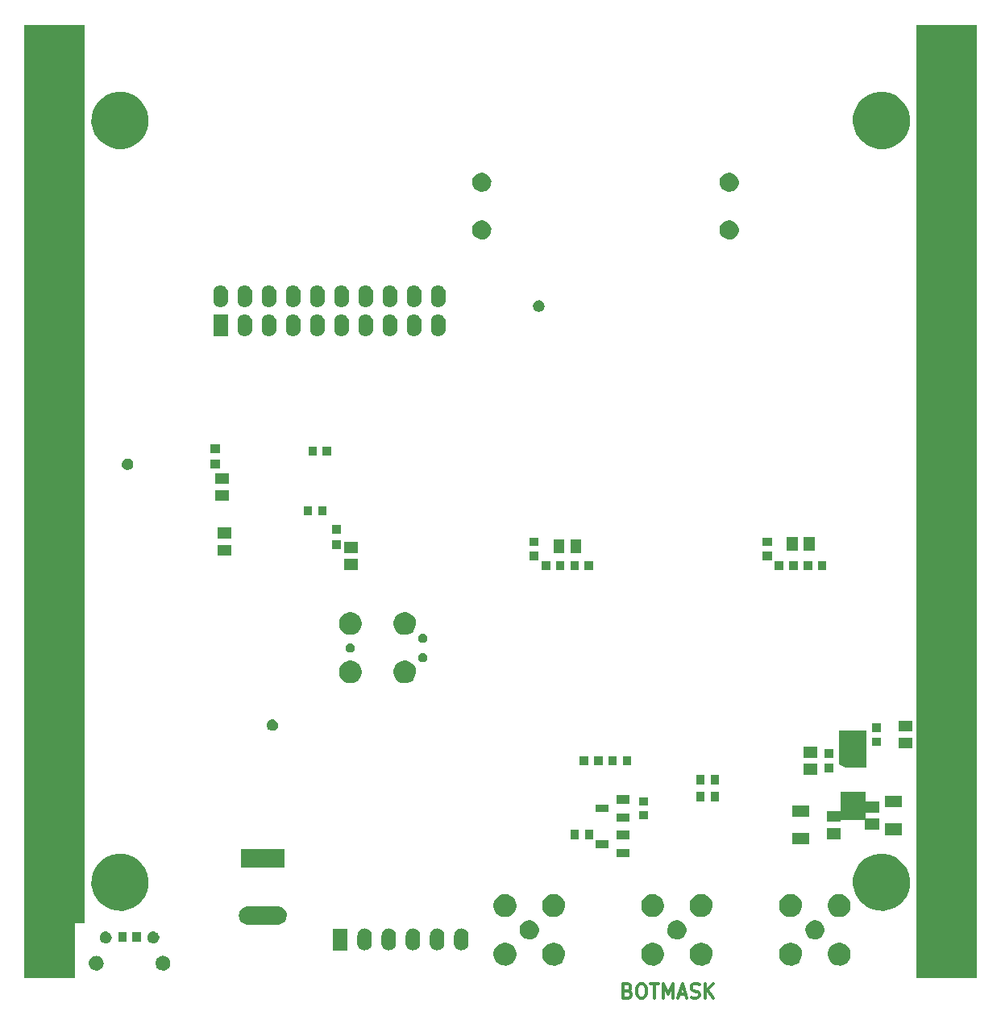
<source format=gbs>
G04 #@! TF.FileFunction,Soldermask,Bot*
%FSLAX46Y46*%
G04 Gerber Fmt 4.6, Leading zero omitted, Abs format (unit mm)*
G04 Created by KiCad (PCBNEW (2015-03-11 BZR 5506)-product) date Wed 11 Mar 2015 08:58:21 PM EDT*
%MOMM*%
G01*
G04 APERTURE LIST*
%ADD10C,0.100000*%
%ADD11C,0.300000*%
G04 APERTURE END LIST*
D10*
D11*
X138357143Y-126392857D02*
X138571429Y-126464286D01*
X138642857Y-126535714D01*
X138714286Y-126678571D01*
X138714286Y-126892857D01*
X138642857Y-127035714D01*
X138571429Y-127107143D01*
X138428571Y-127178571D01*
X137857143Y-127178571D01*
X137857143Y-125678571D01*
X138357143Y-125678571D01*
X138500000Y-125750000D01*
X138571429Y-125821429D01*
X138642857Y-125964286D01*
X138642857Y-126107143D01*
X138571429Y-126250000D01*
X138500000Y-126321429D01*
X138357143Y-126392857D01*
X137857143Y-126392857D01*
X139642857Y-125678571D02*
X139928571Y-125678571D01*
X140071429Y-125750000D01*
X140214286Y-125892857D01*
X140285714Y-126178571D01*
X140285714Y-126678571D01*
X140214286Y-126964286D01*
X140071429Y-127107143D01*
X139928571Y-127178571D01*
X139642857Y-127178571D01*
X139500000Y-127107143D01*
X139357143Y-126964286D01*
X139285714Y-126678571D01*
X139285714Y-126178571D01*
X139357143Y-125892857D01*
X139500000Y-125750000D01*
X139642857Y-125678571D01*
X140714286Y-125678571D02*
X141571429Y-125678571D01*
X141142858Y-127178571D02*
X141142858Y-125678571D01*
X142071429Y-127178571D02*
X142071429Y-125678571D01*
X142571429Y-126750000D01*
X143071429Y-125678571D01*
X143071429Y-127178571D01*
X143714286Y-126750000D02*
X144428572Y-126750000D01*
X143571429Y-127178571D02*
X144071429Y-125678571D01*
X144571429Y-127178571D01*
X145000000Y-127107143D02*
X145214286Y-127178571D01*
X145571429Y-127178571D01*
X145714286Y-127107143D01*
X145785715Y-127035714D01*
X145857143Y-126892857D01*
X145857143Y-126750000D01*
X145785715Y-126607143D01*
X145714286Y-126535714D01*
X145571429Y-126464286D01*
X145285715Y-126392857D01*
X145142857Y-126321429D01*
X145071429Y-126250000D01*
X145000000Y-126107143D01*
X145000000Y-125964286D01*
X145071429Y-125821429D01*
X145142857Y-125750000D01*
X145285715Y-125678571D01*
X145642857Y-125678571D01*
X145857143Y-125750000D01*
X146500000Y-127178571D02*
X146500000Y-125678571D01*
X147357143Y-127178571D02*
X146714286Y-126321429D01*
X147357143Y-125678571D02*
X146500000Y-126535714D01*
D10*
G36*
X81300000Y-119300000D02*
X80300000Y-119300000D01*
X80300000Y-125050000D01*
X74950000Y-125050000D01*
X74950000Y-124000000D01*
X74950000Y-24950000D01*
X81300000Y-24950000D01*
X81300000Y-119300000D01*
X81300000Y-119300000D01*
G37*
G36*
X83278736Y-123505406D02*
X83262935Y-123655737D01*
X83262929Y-123655755D01*
X83262921Y-123655835D01*
X83218194Y-123800325D01*
X83146254Y-123933375D01*
X83049842Y-124049917D01*
X82932628Y-124145514D01*
X82799080Y-124216523D01*
X82654282Y-124260240D01*
X82503750Y-124275000D01*
X82499341Y-124275000D01*
X82496250Y-124275000D01*
X82496175Y-124275000D01*
X82489485Y-124274953D01*
X82489480Y-124274952D01*
X82485429Y-124274924D01*
X82335118Y-124258064D01*
X82190945Y-124212330D01*
X82058401Y-124139463D01*
X81942534Y-124042239D01*
X81847758Y-123924361D01*
X81777683Y-123790320D01*
X81734977Y-123645221D01*
X81734970Y-123645154D01*
X81734964Y-123645131D01*
X81721264Y-123494594D01*
X81737065Y-123344263D01*
X81737070Y-123344244D01*
X81737079Y-123344165D01*
X81781806Y-123199675D01*
X81853746Y-123066625D01*
X81950158Y-122950083D01*
X82067372Y-122854486D01*
X82200920Y-122783477D01*
X82345718Y-122739760D01*
X82496250Y-122725000D01*
X82500659Y-122725000D01*
X82503750Y-122725000D01*
X82503825Y-122725000D01*
X82510515Y-122725047D01*
X82510519Y-122725047D01*
X82514571Y-122725076D01*
X82664882Y-122741936D01*
X82809055Y-122787670D01*
X82941599Y-122860537D01*
X83057466Y-122957761D01*
X83152242Y-123075639D01*
X83222317Y-123209680D01*
X83265023Y-123354779D01*
X83265029Y-123354845D01*
X83265036Y-123354869D01*
X83278736Y-123505406D01*
X83278736Y-123505406D01*
G37*
G36*
X84128013Y-120804358D02*
X84115273Y-120925577D01*
X84115267Y-120925595D01*
X84115259Y-120925674D01*
X84079188Y-121042197D01*
X84021172Y-121149496D01*
X83943420Y-121243482D01*
X83848894Y-121320576D01*
X83741193Y-121377841D01*
X83624420Y-121413097D01*
X83503024Y-121425000D01*
X83498614Y-121425000D01*
X83496976Y-121425000D01*
X83496908Y-121425000D01*
X83492307Y-121424968D01*
X83492300Y-121424967D01*
X83488250Y-121424939D01*
X83367031Y-121411342D01*
X83250762Y-121374460D01*
X83143872Y-121315696D01*
X83050431Y-121237290D01*
X82973998Y-121142227D01*
X82917486Y-121034129D01*
X82883046Y-120917113D01*
X82883039Y-120917046D01*
X82883033Y-120917023D01*
X82871987Y-120795642D01*
X82884727Y-120674423D01*
X82884732Y-120674404D01*
X82884741Y-120674326D01*
X82920812Y-120557803D01*
X82978828Y-120450504D01*
X83056580Y-120356518D01*
X83151106Y-120279424D01*
X83258807Y-120222159D01*
X83375580Y-120186903D01*
X83496976Y-120175000D01*
X83501386Y-120175000D01*
X83503024Y-120175000D01*
X83503092Y-120175000D01*
X83507693Y-120175032D01*
X83507699Y-120175032D01*
X83511750Y-120175061D01*
X83632969Y-120188658D01*
X83749238Y-120225540D01*
X83856128Y-120284304D01*
X83949569Y-120362710D01*
X84026002Y-120457773D01*
X84082514Y-120565871D01*
X84116954Y-120682887D01*
X84116960Y-120682953D01*
X84116967Y-120682977D01*
X84128013Y-120804358D01*
X84128013Y-120804358D01*
G37*
G36*
X85700000Y-121225000D02*
X84800000Y-121225000D01*
X84800000Y-120275000D01*
X85700000Y-120275000D01*
X85700000Y-121225000D01*
X85700000Y-121225000D01*
G37*
G36*
X86400026Y-71041167D02*
X86398149Y-71175564D01*
X86397998Y-71176227D01*
X86397998Y-71176251D01*
X86372084Y-71290309D01*
X86324226Y-71397798D01*
X86256396Y-71493954D01*
X86171186Y-71575098D01*
X86071837Y-71638146D01*
X85962136Y-71680697D01*
X85846253Y-71701131D01*
X85728612Y-71698666D01*
X85613691Y-71673400D01*
X85505866Y-71626292D01*
X85409245Y-71559138D01*
X85327506Y-71474495D01*
X85263764Y-71375587D01*
X85220448Y-71266183D01*
X85199207Y-71150450D01*
X85200850Y-71032797D01*
X85225314Y-70917700D01*
X85271669Y-70809545D01*
X85338147Y-70712458D01*
X85422216Y-70630131D01*
X85520674Y-70565702D01*
X85629772Y-70521623D01*
X85745356Y-70499574D01*
X85863026Y-70500396D01*
X85978285Y-70524055D01*
X86086755Y-70569652D01*
X86184310Y-70635453D01*
X86267220Y-70718944D01*
X86332334Y-70816950D01*
X86377176Y-70925744D01*
X86399893Y-71040474D01*
X86399892Y-71040493D01*
X86400026Y-71041167D01*
X86400026Y-71041167D01*
G37*
G36*
X87200000Y-121225000D02*
X86300000Y-121225000D01*
X86300000Y-120275000D01*
X87200000Y-120275000D01*
X87200000Y-121225000D01*
X87200000Y-121225000D01*
G37*
G36*
X88000129Y-34705835D02*
X87990746Y-35377819D01*
X87990594Y-35378486D01*
X87990594Y-35378506D01*
X87860407Y-35951528D01*
X87621108Y-36489003D01*
X87281979Y-36969748D01*
X86855925Y-37375473D01*
X86359176Y-37690720D01*
X85810668Y-37903472D01*
X85231270Y-38005636D01*
X84643069Y-37993315D01*
X84068461Y-37866979D01*
X83529337Y-37631442D01*
X83046231Y-37295674D01*
X82637541Y-36872463D01*
X82318836Y-36377930D01*
X82102257Y-35830913D01*
X81996052Y-35252247D01*
X82004266Y-34663977D01*
X82126587Y-34088501D01*
X82358357Y-33547741D01*
X82690745Y-33062303D01*
X83111090Y-32650669D01*
X83603383Y-32328522D01*
X84148873Y-32108129D01*
X84726786Y-31997886D01*
X85315103Y-32001994D01*
X85891421Y-32120295D01*
X86433778Y-32348281D01*
X86921530Y-32677273D01*
X87336086Y-33094734D01*
X87661662Y-33584766D01*
X87885859Y-34128708D01*
X87999996Y-34705145D01*
X87999995Y-34705162D01*
X88000129Y-34705835D01*
X88000129Y-34705835D01*
G37*
G36*
X88000129Y-114705835D02*
X87990746Y-115377819D01*
X87990594Y-115378486D01*
X87990594Y-115378506D01*
X87860407Y-115951528D01*
X87621108Y-116489003D01*
X87281979Y-116969748D01*
X86855925Y-117375473D01*
X86359176Y-117690720D01*
X85810668Y-117903472D01*
X85231270Y-118005636D01*
X84643069Y-117993315D01*
X84068461Y-117866979D01*
X83529337Y-117631442D01*
X83046231Y-117295674D01*
X82637541Y-116872463D01*
X82318836Y-116377930D01*
X82102257Y-115830913D01*
X81996052Y-115252247D01*
X82004266Y-114663977D01*
X82126587Y-114088501D01*
X82358357Y-113547741D01*
X82690745Y-113062303D01*
X83111090Y-112650669D01*
X83603383Y-112328522D01*
X84148873Y-112108129D01*
X84726786Y-111997886D01*
X85315103Y-112001994D01*
X85891421Y-112120295D01*
X86433778Y-112348281D01*
X86921530Y-112677273D01*
X87336086Y-113094734D01*
X87661662Y-113584766D01*
X87885859Y-114128708D01*
X87999996Y-114705145D01*
X87999995Y-114705162D01*
X88000129Y-114705835D01*
X88000129Y-114705835D01*
G37*
G36*
X89128013Y-120804358D02*
X89115273Y-120925577D01*
X89115267Y-120925595D01*
X89115259Y-120925674D01*
X89079188Y-121042197D01*
X89021172Y-121149496D01*
X88943420Y-121243482D01*
X88848894Y-121320576D01*
X88741193Y-121377841D01*
X88624420Y-121413097D01*
X88503024Y-121425000D01*
X88498614Y-121425000D01*
X88496976Y-121425000D01*
X88496908Y-121425000D01*
X88492307Y-121424968D01*
X88492300Y-121424967D01*
X88488250Y-121424939D01*
X88367031Y-121411342D01*
X88250762Y-121374460D01*
X88143872Y-121315696D01*
X88050431Y-121237290D01*
X87973998Y-121142227D01*
X87917486Y-121034129D01*
X87883046Y-120917113D01*
X87883039Y-120917046D01*
X87883033Y-120917023D01*
X87871987Y-120795642D01*
X87884727Y-120674423D01*
X87884732Y-120674404D01*
X87884741Y-120674326D01*
X87920812Y-120557803D01*
X87978828Y-120450504D01*
X88056580Y-120356518D01*
X88151106Y-120279424D01*
X88258807Y-120222159D01*
X88375580Y-120186903D01*
X88496976Y-120175000D01*
X88501386Y-120175000D01*
X88503024Y-120175000D01*
X88503092Y-120175000D01*
X88507693Y-120175032D01*
X88507699Y-120175032D01*
X88511750Y-120175061D01*
X88632969Y-120188658D01*
X88749238Y-120225540D01*
X88856128Y-120284304D01*
X88949569Y-120362710D01*
X89026002Y-120457773D01*
X89082514Y-120565871D01*
X89116954Y-120682887D01*
X89116960Y-120682953D01*
X89116967Y-120682977D01*
X89128013Y-120804358D01*
X89128013Y-120804358D01*
G37*
G36*
X90278736Y-123505406D02*
X90262935Y-123655737D01*
X90262929Y-123655755D01*
X90262921Y-123655835D01*
X90218194Y-123800325D01*
X90146254Y-123933375D01*
X90049842Y-124049917D01*
X89932628Y-124145514D01*
X89799080Y-124216523D01*
X89654282Y-124260240D01*
X89503750Y-124275000D01*
X89499341Y-124275000D01*
X89496250Y-124275000D01*
X89496175Y-124275000D01*
X89489485Y-124274953D01*
X89489480Y-124274952D01*
X89485429Y-124274924D01*
X89335118Y-124258064D01*
X89190945Y-124212330D01*
X89058401Y-124139463D01*
X88942534Y-124042239D01*
X88847758Y-123924361D01*
X88777683Y-123790320D01*
X88734977Y-123645221D01*
X88734970Y-123645154D01*
X88734964Y-123645131D01*
X88721264Y-123494594D01*
X88737065Y-123344263D01*
X88737070Y-123344244D01*
X88737079Y-123344165D01*
X88781806Y-123199675D01*
X88853746Y-123066625D01*
X88950158Y-122950083D01*
X89067372Y-122854486D01*
X89200920Y-122783477D01*
X89345718Y-122739760D01*
X89496250Y-122725000D01*
X89500659Y-122725000D01*
X89503750Y-122725000D01*
X89503825Y-122725000D01*
X89510515Y-122725047D01*
X89510519Y-122725047D01*
X89514571Y-122725076D01*
X89664882Y-122741936D01*
X89809055Y-122787670D01*
X89941599Y-122860537D01*
X90057466Y-122957761D01*
X90152242Y-123075639D01*
X90222317Y-123209680D01*
X90265023Y-123354779D01*
X90265029Y-123354845D01*
X90265036Y-123354869D01*
X90278736Y-123505406D01*
X90278736Y-123505406D01*
G37*
G36*
X95500000Y-69975000D02*
X94500000Y-69975000D01*
X94500000Y-69025000D01*
X95500000Y-69025000D01*
X95500000Y-69975000D01*
X95500000Y-69975000D01*
G37*
G36*
X95500000Y-71575000D02*
X94500000Y-71575000D01*
X94500000Y-70625000D01*
X95500000Y-70625000D01*
X95500000Y-71575000D01*
X95500000Y-71575000D01*
G37*
G36*
X96332000Y-53862603D02*
X96331955Y-53869112D01*
X96331954Y-53869119D01*
X96331926Y-53873169D01*
X96315348Y-54020959D01*
X96270381Y-54162714D01*
X96198736Y-54293035D01*
X96103143Y-54406958D01*
X95987243Y-54500144D01*
X95855450Y-54569044D01*
X95712785Y-54611033D01*
X95712720Y-54611038D01*
X95712693Y-54611047D01*
X95564685Y-54624516D01*
X95416877Y-54608981D01*
X95416854Y-54608973D01*
X95416779Y-54608966D01*
X95274713Y-54564990D01*
X95143895Y-54494257D01*
X95029307Y-54399461D01*
X94935314Y-54284214D01*
X94865496Y-54152906D01*
X94822512Y-54010537D01*
X94808000Y-53862530D01*
X94808000Y-53858121D01*
X94808000Y-53089470D01*
X94808000Y-53089397D01*
X94808045Y-53082888D01*
X94808045Y-53082880D01*
X94808074Y-53078831D01*
X94824652Y-52931041D01*
X94869619Y-52789286D01*
X94941264Y-52658965D01*
X95036857Y-52545042D01*
X95152757Y-52451856D01*
X95284550Y-52382956D01*
X95427215Y-52340967D01*
X95427279Y-52340961D01*
X95427307Y-52340953D01*
X95575315Y-52327484D01*
X95723123Y-52343019D01*
X95723145Y-52343026D01*
X95723221Y-52343034D01*
X95865287Y-52387010D01*
X95996105Y-52457743D01*
X96110693Y-52552539D01*
X96204686Y-52667786D01*
X96274504Y-52799094D01*
X96317488Y-52941463D01*
X96332000Y-53089470D01*
X96332000Y-53093879D01*
X96332000Y-53862530D01*
X96332000Y-53862603D01*
X96332000Y-53862603D01*
G37*
G36*
X96332000Y-57667000D02*
X94808000Y-57667000D01*
X94808000Y-55381000D01*
X96332000Y-55381000D01*
X96332000Y-57667000D01*
X96332000Y-57667000D01*
G37*
G36*
X96475000Y-73175000D02*
X95025000Y-73175000D01*
X95025000Y-72025000D01*
X96475000Y-72025000D01*
X96475000Y-73175000D01*
X96475000Y-73175000D01*
G37*
G36*
X96475000Y-74975000D02*
X95025000Y-74975000D01*
X95025000Y-73825000D01*
X96475000Y-73825000D01*
X96475000Y-74975000D01*
X96475000Y-74975000D01*
G37*
G36*
X96725000Y-78925000D02*
X95275000Y-78925000D01*
X95275000Y-77775000D01*
X96725000Y-77775000D01*
X96725000Y-78925000D01*
X96725000Y-78925000D01*
G37*
G36*
X96725000Y-80725000D02*
X95275000Y-80725000D01*
X95275000Y-79575000D01*
X96725000Y-79575000D01*
X96725000Y-80725000D01*
X96725000Y-80725000D01*
G37*
G36*
X98872000Y-53862603D02*
X98871955Y-53869112D01*
X98871954Y-53869119D01*
X98871926Y-53873169D01*
X98855348Y-54020959D01*
X98810381Y-54162714D01*
X98738736Y-54293035D01*
X98643143Y-54406958D01*
X98527243Y-54500144D01*
X98395450Y-54569044D01*
X98252785Y-54611033D01*
X98252720Y-54611038D01*
X98252693Y-54611047D01*
X98104685Y-54624516D01*
X97956877Y-54608981D01*
X97956854Y-54608973D01*
X97956779Y-54608966D01*
X97814713Y-54564990D01*
X97683895Y-54494257D01*
X97569307Y-54399461D01*
X97475314Y-54284214D01*
X97405496Y-54152906D01*
X97362512Y-54010537D01*
X97348000Y-53862530D01*
X97348000Y-53858121D01*
X97348000Y-53089470D01*
X97348000Y-53089397D01*
X97348045Y-53082888D01*
X97348045Y-53082880D01*
X97348074Y-53078831D01*
X97364652Y-52931041D01*
X97409619Y-52789286D01*
X97481264Y-52658965D01*
X97576857Y-52545042D01*
X97692757Y-52451856D01*
X97824550Y-52382956D01*
X97967215Y-52340967D01*
X97967279Y-52340961D01*
X97967307Y-52340953D01*
X98115315Y-52327484D01*
X98263123Y-52343019D01*
X98263145Y-52343026D01*
X98263221Y-52343034D01*
X98405287Y-52387010D01*
X98536105Y-52457743D01*
X98650693Y-52552539D01*
X98744686Y-52667786D01*
X98814504Y-52799094D01*
X98857488Y-52941463D01*
X98872000Y-53089470D01*
X98872000Y-53093879D01*
X98872000Y-53862530D01*
X98872000Y-53862603D01*
X98872000Y-53862603D01*
G37*
G36*
X98872000Y-56910603D02*
X98871955Y-56917112D01*
X98871954Y-56917119D01*
X98871926Y-56921169D01*
X98855348Y-57068959D01*
X98810381Y-57210714D01*
X98738736Y-57341035D01*
X98643143Y-57454958D01*
X98527243Y-57548144D01*
X98395450Y-57617044D01*
X98252785Y-57659033D01*
X98252720Y-57659038D01*
X98252693Y-57659047D01*
X98104685Y-57672516D01*
X97956877Y-57656981D01*
X97956854Y-57656973D01*
X97956779Y-57656966D01*
X97814713Y-57612990D01*
X97683895Y-57542257D01*
X97569307Y-57447461D01*
X97475314Y-57332214D01*
X97405496Y-57200906D01*
X97362512Y-57058537D01*
X97348000Y-56910530D01*
X97348000Y-56906121D01*
X97348000Y-56137470D01*
X97348000Y-56137397D01*
X97348045Y-56130888D01*
X97348045Y-56130880D01*
X97348074Y-56126831D01*
X97364652Y-55979041D01*
X97409619Y-55837286D01*
X97481264Y-55706965D01*
X97576857Y-55593042D01*
X97692757Y-55499856D01*
X97824550Y-55430956D01*
X97967215Y-55388967D01*
X97967279Y-55388961D01*
X97967307Y-55388953D01*
X98115315Y-55375484D01*
X98263123Y-55391019D01*
X98263145Y-55391026D01*
X98263221Y-55391034D01*
X98405287Y-55435010D01*
X98536105Y-55505743D01*
X98650693Y-55600539D01*
X98744686Y-55715786D01*
X98814504Y-55847094D01*
X98857488Y-55989463D01*
X98872000Y-56137470D01*
X98872000Y-56141879D01*
X98872000Y-56910530D01*
X98872000Y-56910603D01*
X98872000Y-56910603D01*
G37*
G36*
X101412000Y-53862603D02*
X101411955Y-53869112D01*
X101411954Y-53869119D01*
X101411926Y-53873169D01*
X101395348Y-54020959D01*
X101350381Y-54162714D01*
X101278736Y-54293035D01*
X101183143Y-54406958D01*
X101067243Y-54500144D01*
X100935450Y-54569044D01*
X100792785Y-54611033D01*
X100792720Y-54611038D01*
X100792693Y-54611047D01*
X100644685Y-54624516D01*
X100496877Y-54608981D01*
X100496854Y-54608973D01*
X100496779Y-54608966D01*
X100354713Y-54564990D01*
X100223895Y-54494257D01*
X100109307Y-54399461D01*
X100015314Y-54284214D01*
X99945496Y-54152906D01*
X99902512Y-54010537D01*
X99888000Y-53862530D01*
X99888000Y-53858121D01*
X99888000Y-53089470D01*
X99888000Y-53089397D01*
X99888045Y-53082888D01*
X99888045Y-53082880D01*
X99888074Y-53078831D01*
X99904652Y-52931041D01*
X99949619Y-52789286D01*
X100021264Y-52658965D01*
X100116857Y-52545042D01*
X100232757Y-52451856D01*
X100364550Y-52382956D01*
X100507215Y-52340967D01*
X100507279Y-52340961D01*
X100507307Y-52340953D01*
X100655315Y-52327484D01*
X100803123Y-52343019D01*
X100803145Y-52343026D01*
X100803221Y-52343034D01*
X100945287Y-52387010D01*
X101076105Y-52457743D01*
X101190693Y-52552539D01*
X101284686Y-52667786D01*
X101354504Y-52799094D01*
X101397488Y-52941463D01*
X101412000Y-53089470D01*
X101412000Y-53093879D01*
X101412000Y-53862530D01*
X101412000Y-53862603D01*
X101412000Y-53862603D01*
G37*
G36*
X101412000Y-56910603D02*
X101411955Y-56917112D01*
X101411954Y-56917119D01*
X101411926Y-56921169D01*
X101395348Y-57068959D01*
X101350381Y-57210714D01*
X101278736Y-57341035D01*
X101183143Y-57454958D01*
X101067243Y-57548144D01*
X100935450Y-57617044D01*
X100792785Y-57659033D01*
X100792720Y-57659038D01*
X100792693Y-57659047D01*
X100644685Y-57672516D01*
X100496877Y-57656981D01*
X100496854Y-57656973D01*
X100496779Y-57656966D01*
X100354713Y-57612990D01*
X100223895Y-57542257D01*
X100109307Y-57447461D01*
X100015314Y-57332214D01*
X99945496Y-57200906D01*
X99902512Y-57058537D01*
X99888000Y-56910530D01*
X99888000Y-56906121D01*
X99888000Y-56137470D01*
X99888000Y-56137397D01*
X99888045Y-56130888D01*
X99888045Y-56130880D01*
X99888074Y-56126831D01*
X99904652Y-55979041D01*
X99949619Y-55837286D01*
X100021264Y-55706965D01*
X100116857Y-55593042D01*
X100232757Y-55499856D01*
X100364550Y-55430956D01*
X100507215Y-55388967D01*
X100507279Y-55388961D01*
X100507307Y-55388953D01*
X100655315Y-55375484D01*
X100803123Y-55391019D01*
X100803145Y-55391026D01*
X100803221Y-55391034D01*
X100945287Y-55435010D01*
X101076105Y-55505743D01*
X101190693Y-55600539D01*
X101284686Y-55715786D01*
X101354504Y-55847094D01*
X101397488Y-55989463D01*
X101412000Y-56137470D01*
X101412000Y-56141879D01*
X101412000Y-56910530D01*
X101412000Y-56910603D01*
X101412000Y-56910603D01*
G37*
G36*
X101600026Y-98441167D02*
X101598149Y-98575564D01*
X101597998Y-98576227D01*
X101597998Y-98576251D01*
X101572084Y-98690309D01*
X101524226Y-98797798D01*
X101456396Y-98893954D01*
X101371186Y-98975098D01*
X101271837Y-99038146D01*
X101162136Y-99080697D01*
X101046253Y-99101131D01*
X100928612Y-99098666D01*
X100813691Y-99073400D01*
X100705866Y-99026292D01*
X100609245Y-98959138D01*
X100527506Y-98874495D01*
X100463764Y-98775587D01*
X100420448Y-98666183D01*
X100399207Y-98550450D01*
X100400850Y-98432797D01*
X100425314Y-98317700D01*
X100471669Y-98209545D01*
X100538147Y-98112458D01*
X100622216Y-98030131D01*
X100720674Y-97965702D01*
X100829772Y-97921623D01*
X100945356Y-97899574D01*
X101063026Y-97900396D01*
X101178285Y-97924055D01*
X101286755Y-97969652D01*
X101384310Y-98035453D01*
X101467220Y-98118944D01*
X101532334Y-98216950D01*
X101577176Y-98325744D01*
X101599893Y-98440474D01*
X101599892Y-98440493D01*
X101600026Y-98441167D01*
X101600026Y-98441167D01*
G37*
G36*
X102250000Y-113500000D02*
X97750000Y-113500000D01*
X97750000Y-111500000D01*
X102250000Y-111500000D01*
X102250000Y-113500000D01*
X102250000Y-113500000D01*
G37*
G36*
X102512076Y-118506976D02*
X102491686Y-118700980D01*
X102491678Y-118701002D01*
X102491671Y-118701078D01*
X102433959Y-118887516D01*
X102341134Y-119059193D01*
X102216730Y-119209571D01*
X102065488Y-119332921D01*
X101893166Y-119424546D01*
X101706330Y-119480955D01*
X101512096Y-119500000D01*
X101507687Y-119500000D01*
X98487904Y-119500000D01*
X98487830Y-119500000D01*
X98477998Y-119499932D01*
X98477990Y-119499931D01*
X98473942Y-119499903D01*
X98279992Y-119478148D01*
X98093962Y-119419135D01*
X97922937Y-119325113D01*
X97773431Y-119199663D01*
X97651140Y-119047563D01*
X97560720Y-118874607D01*
X97505617Y-118687381D01*
X97505611Y-118687319D01*
X97505603Y-118687291D01*
X97487924Y-118493024D01*
X97508314Y-118299020D01*
X97508321Y-118298997D01*
X97508329Y-118298922D01*
X97566041Y-118112484D01*
X97658866Y-117940807D01*
X97783270Y-117790429D01*
X97934512Y-117667079D01*
X98106834Y-117575454D01*
X98293670Y-117519045D01*
X98487904Y-117500000D01*
X98492313Y-117500000D01*
X101512096Y-117500000D01*
X101512170Y-117500000D01*
X101522002Y-117500068D01*
X101522009Y-117500068D01*
X101526058Y-117500097D01*
X101720008Y-117521852D01*
X101906038Y-117580865D01*
X102077063Y-117674887D01*
X102226569Y-117800337D01*
X102348860Y-117952437D01*
X102439280Y-118125393D01*
X102494383Y-118312619D01*
X102494388Y-118312680D01*
X102494397Y-118312709D01*
X102512076Y-118506976D01*
X102512076Y-118506976D01*
G37*
G36*
X103952000Y-53862603D02*
X103951955Y-53869112D01*
X103951954Y-53869119D01*
X103951926Y-53873169D01*
X103935348Y-54020959D01*
X103890381Y-54162714D01*
X103818736Y-54293035D01*
X103723143Y-54406958D01*
X103607243Y-54500144D01*
X103475450Y-54569044D01*
X103332785Y-54611033D01*
X103332720Y-54611038D01*
X103332693Y-54611047D01*
X103184685Y-54624516D01*
X103036877Y-54608981D01*
X103036854Y-54608973D01*
X103036779Y-54608966D01*
X102894713Y-54564990D01*
X102763895Y-54494257D01*
X102649307Y-54399461D01*
X102555314Y-54284214D01*
X102485496Y-54152906D01*
X102442512Y-54010537D01*
X102428000Y-53862530D01*
X102428000Y-53858121D01*
X102428000Y-53089470D01*
X102428000Y-53089397D01*
X102428045Y-53082888D01*
X102428045Y-53082880D01*
X102428074Y-53078831D01*
X102444652Y-52931041D01*
X102489619Y-52789286D01*
X102561264Y-52658965D01*
X102656857Y-52545042D01*
X102772757Y-52451856D01*
X102904550Y-52382956D01*
X103047215Y-52340967D01*
X103047279Y-52340961D01*
X103047307Y-52340953D01*
X103195315Y-52327484D01*
X103343123Y-52343019D01*
X103343145Y-52343026D01*
X103343221Y-52343034D01*
X103485287Y-52387010D01*
X103616105Y-52457743D01*
X103730693Y-52552539D01*
X103824686Y-52667786D01*
X103894504Y-52799094D01*
X103937488Y-52941463D01*
X103952000Y-53089470D01*
X103952000Y-53093879D01*
X103952000Y-53862530D01*
X103952000Y-53862603D01*
X103952000Y-53862603D01*
G37*
G36*
X103952000Y-56910603D02*
X103951955Y-56917112D01*
X103951954Y-56917119D01*
X103951926Y-56921169D01*
X103935348Y-57068959D01*
X103890381Y-57210714D01*
X103818736Y-57341035D01*
X103723143Y-57454958D01*
X103607243Y-57548144D01*
X103475450Y-57617044D01*
X103332785Y-57659033D01*
X103332720Y-57659038D01*
X103332693Y-57659047D01*
X103184685Y-57672516D01*
X103036877Y-57656981D01*
X103036854Y-57656973D01*
X103036779Y-57656966D01*
X102894713Y-57612990D01*
X102763895Y-57542257D01*
X102649307Y-57447461D01*
X102555314Y-57332214D01*
X102485496Y-57200906D01*
X102442512Y-57058537D01*
X102428000Y-56910530D01*
X102428000Y-56906121D01*
X102428000Y-56137470D01*
X102428000Y-56137397D01*
X102428045Y-56130888D01*
X102428045Y-56130880D01*
X102428074Y-56126831D01*
X102444652Y-55979041D01*
X102489619Y-55837286D01*
X102561264Y-55706965D01*
X102656857Y-55593042D01*
X102772757Y-55499856D01*
X102904550Y-55430956D01*
X103047215Y-55388967D01*
X103047279Y-55388961D01*
X103047307Y-55388953D01*
X103195315Y-55375484D01*
X103343123Y-55391019D01*
X103343145Y-55391026D01*
X103343221Y-55391034D01*
X103485287Y-55435010D01*
X103616105Y-55505743D01*
X103730693Y-55600539D01*
X103824686Y-55715786D01*
X103894504Y-55847094D01*
X103937488Y-55989463D01*
X103952000Y-56137470D01*
X103952000Y-56141879D01*
X103952000Y-56910530D01*
X103952000Y-56910603D01*
X103952000Y-56910603D01*
G37*
G36*
X105175000Y-76500000D02*
X104325000Y-76500000D01*
X104325000Y-75500000D01*
X105175000Y-75500000D01*
X105175000Y-76500000D01*
X105175000Y-76500000D01*
G37*
G36*
X105700000Y-70225000D02*
X104800000Y-70225000D01*
X104800000Y-69275000D01*
X105700000Y-69275000D01*
X105700000Y-70225000D01*
X105700000Y-70225000D01*
G37*
G36*
X106492000Y-53862603D02*
X106491955Y-53869112D01*
X106491954Y-53869119D01*
X106491926Y-53873169D01*
X106475348Y-54020959D01*
X106430381Y-54162714D01*
X106358736Y-54293035D01*
X106263143Y-54406958D01*
X106147243Y-54500144D01*
X106015450Y-54569044D01*
X105872785Y-54611033D01*
X105872720Y-54611038D01*
X105872693Y-54611047D01*
X105724685Y-54624516D01*
X105576877Y-54608981D01*
X105576854Y-54608973D01*
X105576779Y-54608966D01*
X105434713Y-54564990D01*
X105303895Y-54494257D01*
X105189307Y-54399461D01*
X105095314Y-54284214D01*
X105025496Y-54152906D01*
X104982512Y-54010537D01*
X104968000Y-53862530D01*
X104968000Y-53858121D01*
X104968000Y-53089470D01*
X104968000Y-53089397D01*
X104968045Y-53082888D01*
X104968045Y-53082880D01*
X104968074Y-53078831D01*
X104984652Y-52931041D01*
X105029619Y-52789286D01*
X105101264Y-52658965D01*
X105196857Y-52545042D01*
X105312757Y-52451856D01*
X105444550Y-52382956D01*
X105587215Y-52340967D01*
X105587279Y-52340961D01*
X105587307Y-52340953D01*
X105735315Y-52327484D01*
X105883123Y-52343019D01*
X105883145Y-52343026D01*
X105883221Y-52343034D01*
X106025287Y-52387010D01*
X106156105Y-52457743D01*
X106270693Y-52552539D01*
X106364686Y-52667786D01*
X106434504Y-52799094D01*
X106477488Y-52941463D01*
X106492000Y-53089470D01*
X106492000Y-53093879D01*
X106492000Y-53862530D01*
X106492000Y-53862603D01*
X106492000Y-53862603D01*
G37*
G36*
X106492000Y-56910603D02*
X106491955Y-56917112D01*
X106491954Y-56917119D01*
X106491926Y-56921169D01*
X106475348Y-57068959D01*
X106430381Y-57210714D01*
X106358736Y-57341035D01*
X106263143Y-57454958D01*
X106147243Y-57548144D01*
X106015450Y-57617044D01*
X105872785Y-57659033D01*
X105872720Y-57659038D01*
X105872693Y-57659047D01*
X105724685Y-57672516D01*
X105576877Y-57656981D01*
X105576854Y-57656973D01*
X105576779Y-57656966D01*
X105434713Y-57612990D01*
X105303895Y-57542257D01*
X105189307Y-57447461D01*
X105095314Y-57332214D01*
X105025496Y-57200906D01*
X104982512Y-57058537D01*
X104968000Y-56910530D01*
X104968000Y-56906121D01*
X104968000Y-56137470D01*
X104968000Y-56137397D01*
X104968045Y-56130888D01*
X104968045Y-56130880D01*
X104968074Y-56126831D01*
X104984652Y-55979041D01*
X105029619Y-55837286D01*
X105101264Y-55706965D01*
X105196857Y-55593042D01*
X105312757Y-55499856D01*
X105444550Y-55430956D01*
X105587215Y-55388967D01*
X105587279Y-55388961D01*
X105587307Y-55388953D01*
X105735315Y-55375484D01*
X105883123Y-55391019D01*
X105883145Y-55391026D01*
X105883221Y-55391034D01*
X106025287Y-55435010D01*
X106156105Y-55505743D01*
X106270693Y-55600539D01*
X106364686Y-55715786D01*
X106434504Y-55847094D01*
X106477488Y-55989463D01*
X106492000Y-56137470D01*
X106492000Y-56141879D01*
X106492000Y-56910530D01*
X106492000Y-56910603D01*
X106492000Y-56910603D01*
G37*
G36*
X106675000Y-76500000D02*
X105825000Y-76500000D01*
X105825000Y-75500000D01*
X106675000Y-75500000D01*
X106675000Y-76500000D01*
X106675000Y-76500000D01*
G37*
G36*
X107200000Y-70225000D02*
X106300000Y-70225000D01*
X106300000Y-69275000D01*
X107200000Y-69275000D01*
X107200000Y-70225000D01*
X107200000Y-70225000D01*
G37*
G36*
X108250000Y-78425000D02*
X107250000Y-78425000D01*
X107250000Y-77475000D01*
X108250000Y-77475000D01*
X108250000Y-78425000D01*
X108250000Y-78425000D01*
G37*
G36*
X108250000Y-80025000D02*
X107250000Y-80025000D01*
X107250000Y-79075000D01*
X108250000Y-79075000D01*
X108250000Y-80025000D01*
X108250000Y-80025000D01*
G37*
G36*
X108912000Y-122143000D02*
X107388000Y-122143000D01*
X107388000Y-119857000D01*
X108912000Y-119857000D01*
X108912000Y-122143000D01*
X108912000Y-122143000D01*
G37*
G36*
X109032000Y-53862603D02*
X109031955Y-53869112D01*
X109031954Y-53869119D01*
X109031926Y-53873169D01*
X109015348Y-54020959D01*
X108970381Y-54162714D01*
X108898736Y-54293035D01*
X108803143Y-54406958D01*
X108687243Y-54500144D01*
X108555450Y-54569044D01*
X108412785Y-54611033D01*
X108412720Y-54611038D01*
X108412693Y-54611047D01*
X108264685Y-54624516D01*
X108116877Y-54608981D01*
X108116854Y-54608973D01*
X108116779Y-54608966D01*
X107974713Y-54564990D01*
X107843895Y-54494257D01*
X107729307Y-54399461D01*
X107635314Y-54284214D01*
X107565496Y-54152906D01*
X107522512Y-54010537D01*
X107508000Y-53862530D01*
X107508000Y-53858121D01*
X107508000Y-53089470D01*
X107508000Y-53089397D01*
X107508045Y-53082888D01*
X107508045Y-53082880D01*
X107508074Y-53078831D01*
X107524652Y-52931041D01*
X107569619Y-52789286D01*
X107641264Y-52658965D01*
X107736857Y-52545042D01*
X107852757Y-52451856D01*
X107984550Y-52382956D01*
X108127215Y-52340967D01*
X108127279Y-52340961D01*
X108127307Y-52340953D01*
X108275315Y-52327484D01*
X108423123Y-52343019D01*
X108423145Y-52343026D01*
X108423221Y-52343034D01*
X108565287Y-52387010D01*
X108696105Y-52457743D01*
X108810693Y-52552539D01*
X108904686Y-52667786D01*
X108974504Y-52799094D01*
X109017488Y-52941463D01*
X109032000Y-53089470D01*
X109032000Y-53093879D01*
X109032000Y-53862530D01*
X109032000Y-53862603D01*
X109032000Y-53862603D01*
G37*
G36*
X109032000Y-56910603D02*
X109031955Y-56917112D01*
X109031954Y-56917119D01*
X109031926Y-56921169D01*
X109015348Y-57068959D01*
X108970381Y-57210714D01*
X108898736Y-57341035D01*
X108803143Y-57454958D01*
X108687243Y-57548144D01*
X108555450Y-57617044D01*
X108412785Y-57659033D01*
X108412720Y-57659038D01*
X108412693Y-57659047D01*
X108264685Y-57672516D01*
X108116877Y-57656981D01*
X108116854Y-57656973D01*
X108116779Y-57656966D01*
X107974713Y-57612990D01*
X107843895Y-57542257D01*
X107729307Y-57447461D01*
X107635314Y-57332214D01*
X107565496Y-57200906D01*
X107522512Y-57058537D01*
X107508000Y-56910530D01*
X107508000Y-56906121D01*
X107508000Y-56137470D01*
X107508000Y-56137397D01*
X107508045Y-56130888D01*
X107508045Y-56130880D01*
X107508074Y-56126831D01*
X107524652Y-55979041D01*
X107569619Y-55837286D01*
X107641264Y-55706965D01*
X107736857Y-55593042D01*
X107852757Y-55499856D01*
X107984550Y-55430956D01*
X108127215Y-55388967D01*
X108127279Y-55388961D01*
X108127307Y-55388953D01*
X108275315Y-55375484D01*
X108423123Y-55391019D01*
X108423145Y-55391026D01*
X108423221Y-55391034D01*
X108565287Y-55435010D01*
X108696105Y-55505743D01*
X108810693Y-55600539D01*
X108904686Y-55715786D01*
X108974504Y-55847094D01*
X109017488Y-55989463D01*
X109032000Y-56137470D01*
X109032000Y-56141879D01*
X109032000Y-56910530D01*
X109032000Y-56910603D01*
X109032000Y-56910603D01*
G37*
G36*
X109685322Y-90336433D02*
X109683773Y-90447378D01*
X109683620Y-90448050D01*
X109683620Y-90448066D01*
X109662256Y-90542100D01*
X109622749Y-90630832D01*
X109566755Y-90710209D01*
X109496416Y-90777192D01*
X109414399Y-90829242D01*
X109323843Y-90864366D01*
X109228182Y-90881234D01*
X109131069Y-90879199D01*
X109036202Y-90858342D01*
X108947195Y-90819456D01*
X108867430Y-90764017D01*
X108799956Y-90694146D01*
X108747335Y-90612494D01*
X108711579Y-90522186D01*
X108694045Y-90426647D01*
X108695401Y-90329524D01*
X108715597Y-90234508D01*
X108753861Y-90145232D01*
X108808741Y-90065083D01*
X108878136Y-89997126D01*
X108959420Y-89943935D01*
X109049476Y-89907550D01*
X109144891Y-89889348D01*
X109242029Y-89890027D01*
X109337175Y-89909557D01*
X109426716Y-89947197D01*
X109507247Y-90001516D01*
X109575690Y-90070438D01*
X109629442Y-90151342D01*
X109666459Y-90241152D01*
X109685188Y-90335741D01*
X109685187Y-90335755D01*
X109685322Y-90336433D01*
X109685322Y-90336433D01*
G37*
G36*
X109975000Y-80425000D02*
X108525000Y-80425000D01*
X108525000Y-79275000D01*
X109975000Y-79275000D01*
X109975000Y-80425000D01*
X109975000Y-80425000D01*
G37*
G36*
X109975000Y-82225000D02*
X108525000Y-82225000D01*
X108525000Y-81075000D01*
X109975000Y-81075000D01*
X109975000Y-82225000D01*
X109975000Y-82225000D01*
G37*
G36*
X110377501Y-87728564D02*
X110373787Y-87994547D01*
X110373635Y-87995214D01*
X110373635Y-87995234D01*
X110322198Y-88221635D01*
X110227482Y-88434368D01*
X110093245Y-88624663D01*
X109924608Y-88785253D01*
X109727983Y-88910035D01*
X109510879Y-88994244D01*
X109281540Y-89034683D01*
X109048720Y-89029806D01*
X108821280Y-88979800D01*
X108607886Y-88886571D01*
X108416665Y-88753668D01*
X108254898Y-88586154D01*
X108128749Y-88390408D01*
X108043023Y-88173889D01*
X108000985Y-87944843D01*
X108004236Y-87711998D01*
X108052653Y-87484213D01*
X108144392Y-87270169D01*
X108275957Y-87078025D01*
X108442337Y-86915094D01*
X108637194Y-86787583D01*
X108853108Y-86700348D01*
X109081857Y-86656711D01*
X109314723Y-86658338D01*
X109542841Y-86705163D01*
X109757514Y-86795403D01*
X109950575Y-86925625D01*
X110114663Y-87090862D01*
X110243531Y-87284824D01*
X110332274Y-87500131D01*
X110377368Y-87727872D01*
X110377367Y-87727890D01*
X110377501Y-87728564D01*
X110377501Y-87728564D01*
G37*
G36*
X110377501Y-92808564D02*
X110373787Y-93074547D01*
X110373635Y-93075214D01*
X110373635Y-93075234D01*
X110322198Y-93301635D01*
X110227482Y-93514368D01*
X110093245Y-93704663D01*
X109924608Y-93865253D01*
X109727983Y-93990035D01*
X109510879Y-94074244D01*
X109281540Y-94114683D01*
X109048720Y-94109806D01*
X108821280Y-94059800D01*
X108607886Y-93966571D01*
X108416665Y-93833668D01*
X108254898Y-93666154D01*
X108128749Y-93470408D01*
X108043023Y-93253889D01*
X108000985Y-93024843D01*
X108004236Y-92791998D01*
X108052653Y-92564213D01*
X108144392Y-92350169D01*
X108275957Y-92158025D01*
X108442337Y-91995094D01*
X108637194Y-91867583D01*
X108853108Y-91780348D01*
X109081857Y-91736711D01*
X109314723Y-91738338D01*
X109542841Y-91785163D01*
X109757514Y-91875403D01*
X109950575Y-92005625D01*
X110114663Y-92170862D01*
X110243531Y-92364824D01*
X110332274Y-92580131D01*
X110377368Y-92807872D01*
X110377367Y-92807890D01*
X110377501Y-92808564D01*
X110377501Y-92808564D01*
G37*
G36*
X111452000Y-121386603D02*
X111451955Y-121393112D01*
X111451954Y-121393119D01*
X111451926Y-121397169D01*
X111435348Y-121544959D01*
X111390381Y-121686714D01*
X111318736Y-121817035D01*
X111223143Y-121930958D01*
X111107243Y-122024144D01*
X110975450Y-122093044D01*
X110832785Y-122135033D01*
X110832720Y-122135038D01*
X110832693Y-122135047D01*
X110684685Y-122148516D01*
X110536877Y-122132981D01*
X110536854Y-122132973D01*
X110536779Y-122132966D01*
X110394713Y-122088990D01*
X110263895Y-122018257D01*
X110149307Y-121923461D01*
X110055314Y-121808214D01*
X109985496Y-121676906D01*
X109942512Y-121534537D01*
X109928000Y-121386530D01*
X109928000Y-121382121D01*
X109928000Y-120613470D01*
X109928000Y-120613397D01*
X109928045Y-120606888D01*
X109928045Y-120606880D01*
X109928074Y-120602831D01*
X109944652Y-120455041D01*
X109989619Y-120313286D01*
X110061264Y-120182965D01*
X110156857Y-120069042D01*
X110272757Y-119975856D01*
X110404550Y-119906956D01*
X110547215Y-119864967D01*
X110547279Y-119864961D01*
X110547307Y-119864953D01*
X110695315Y-119851484D01*
X110843123Y-119867019D01*
X110843145Y-119867026D01*
X110843221Y-119867034D01*
X110985287Y-119911010D01*
X111116105Y-119981743D01*
X111230693Y-120076539D01*
X111324686Y-120191786D01*
X111394504Y-120323094D01*
X111437488Y-120465463D01*
X111452000Y-120613470D01*
X111452000Y-120617879D01*
X111452000Y-121386530D01*
X111452000Y-121386603D01*
X111452000Y-121386603D01*
G37*
G36*
X111572000Y-53862603D02*
X111571955Y-53869112D01*
X111571954Y-53869119D01*
X111571926Y-53873169D01*
X111555348Y-54020959D01*
X111510381Y-54162714D01*
X111438736Y-54293035D01*
X111343143Y-54406958D01*
X111227243Y-54500144D01*
X111095450Y-54569044D01*
X110952785Y-54611033D01*
X110952720Y-54611038D01*
X110952693Y-54611047D01*
X110804685Y-54624516D01*
X110656877Y-54608981D01*
X110656854Y-54608973D01*
X110656779Y-54608966D01*
X110514713Y-54564990D01*
X110383895Y-54494257D01*
X110269307Y-54399461D01*
X110175314Y-54284214D01*
X110105496Y-54152906D01*
X110062512Y-54010537D01*
X110048000Y-53862530D01*
X110048000Y-53858121D01*
X110048000Y-53089470D01*
X110048000Y-53089397D01*
X110048045Y-53082888D01*
X110048045Y-53082880D01*
X110048074Y-53078831D01*
X110064652Y-52931041D01*
X110109619Y-52789286D01*
X110181264Y-52658965D01*
X110276857Y-52545042D01*
X110392757Y-52451856D01*
X110524550Y-52382956D01*
X110667215Y-52340967D01*
X110667279Y-52340961D01*
X110667307Y-52340953D01*
X110815315Y-52327484D01*
X110963123Y-52343019D01*
X110963145Y-52343026D01*
X110963221Y-52343034D01*
X111105287Y-52387010D01*
X111236105Y-52457743D01*
X111350693Y-52552539D01*
X111444686Y-52667786D01*
X111514504Y-52799094D01*
X111557488Y-52941463D01*
X111572000Y-53089470D01*
X111572000Y-53093879D01*
X111572000Y-53862530D01*
X111572000Y-53862603D01*
X111572000Y-53862603D01*
G37*
G36*
X111572000Y-56910603D02*
X111571955Y-56917112D01*
X111571954Y-56917119D01*
X111571926Y-56921169D01*
X111555348Y-57068959D01*
X111510381Y-57210714D01*
X111438736Y-57341035D01*
X111343143Y-57454958D01*
X111227243Y-57548144D01*
X111095450Y-57617044D01*
X110952785Y-57659033D01*
X110952720Y-57659038D01*
X110952693Y-57659047D01*
X110804685Y-57672516D01*
X110656877Y-57656981D01*
X110656854Y-57656973D01*
X110656779Y-57656966D01*
X110514713Y-57612990D01*
X110383895Y-57542257D01*
X110269307Y-57447461D01*
X110175314Y-57332214D01*
X110105496Y-57200906D01*
X110062512Y-57058537D01*
X110048000Y-56910530D01*
X110048000Y-56906121D01*
X110048000Y-56137470D01*
X110048000Y-56137397D01*
X110048045Y-56130888D01*
X110048045Y-56130880D01*
X110048074Y-56126831D01*
X110064652Y-55979041D01*
X110109619Y-55837286D01*
X110181264Y-55706965D01*
X110276857Y-55593042D01*
X110392757Y-55499856D01*
X110524550Y-55430956D01*
X110667215Y-55388967D01*
X110667279Y-55388961D01*
X110667307Y-55388953D01*
X110815315Y-55375484D01*
X110963123Y-55391019D01*
X110963145Y-55391026D01*
X110963221Y-55391034D01*
X111105287Y-55435010D01*
X111236105Y-55505743D01*
X111350693Y-55600539D01*
X111444686Y-55715786D01*
X111514504Y-55847094D01*
X111557488Y-55989463D01*
X111572000Y-56137470D01*
X111572000Y-56141879D01*
X111572000Y-56910530D01*
X111572000Y-56910603D01*
X111572000Y-56910603D01*
G37*
G36*
X113992000Y-121386603D02*
X113991955Y-121393112D01*
X113991954Y-121393119D01*
X113991926Y-121397169D01*
X113975348Y-121544959D01*
X113930381Y-121686714D01*
X113858736Y-121817035D01*
X113763143Y-121930958D01*
X113647243Y-122024144D01*
X113515450Y-122093044D01*
X113372785Y-122135033D01*
X113372720Y-122135038D01*
X113372693Y-122135047D01*
X113224685Y-122148516D01*
X113076877Y-122132981D01*
X113076854Y-122132973D01*
X113076779Y-122132966D01*
X112934713Y-122088990D01*
X112803895Y-122018257D01*
X112689307Y-121923461D01*
X112595314Y-121808214D01*
X112525496Y-121676906D01*
X112482512Y-121534537D01*
X112468000Y-121386530D01*
X112468000Y-121382121D01*
X112468000Y-120613470D01*
X112468000Y-120613397D01*
X112468045Y-120606888D01*
X112468045Y-120606880D01*
X112468074Y-120602831D01*
X112484652Y-120455041D01*
X112529619Y-120313286D01*
X112601264Y-120182965D01*
X112696857Y-120069042D01*
X112812757Y-119975856D01*
X112944550Y-119906956D01*
X113087215Y-119864967D01*
X113087279Y-119864961D01*
X113087307Y-119864953D01*
X113235315Y-119851484D01*
X113383123Y-119867019D01*
X113383145Y-119867026D01*
X113383221Y-119867034D01*
X113525287Y-119911010D01*
X113656105Y-119981743D01*
X113770693Y-120076539D01*
X113864686Y-120191786D01*
X113934504Y-120323094D01*
X113977488Y-120465463D01*
X113992000Y-120613470D01*
X113992000Y-120617879D01*
X113992000Y-121386530D01*
X113992000Y-121386603D01*
X113992000Y-121386603D01*
G37*
G36*
X114112000Y-53862603D02*
X114111955Y-53869112D01*
X114111954Y-53869119D01*
X114111926Y-53873169D01*
X114095348Y-54020959D01*
X114050381Y-54162714D01*
X113978736Y-54293035D01*
X113883143Y-54406958D01*
X113767243Y-54500144D01*
X113635450Y-54569044D01*
X113492785Y-54611033D01*
X113492720Y-54611038D01*
X113492693Y-54611047D01*
X113344685Y-54624516D01*
X113196877Y-54608981D01*
X113196854Y-54608973D01*
X113196779Y-54608966D01*
X113054713Y-54564990D01*
X112923895Y-54494257D01*
X112809307Y-54399461D01*
X112715314Y-54284214D01*
X112645496Y-54152906D01*
X112602512Y-54010537D01*
X112588000Y-53862530D01*
X112588000Y-53858121D01*
X112588000Y-53089470D01*
X112588000Y-53089397D01*
X112588045Y-53082888D01*
X112588045Y-53082880D01*
X112588074Y-53078831D01*
X112604652Y-52931041D01*
X112649619Y-52789286D01*
X112721264Y-52658965D01*
X112816857Y-52545042D01*
X112932757Y-52451856D01*
X113064550Y-52382956D01*
X113207215Y-52340967D01*
X113207279Y-52340961D01*
X113207307Y-52340953D01*
X113355315Y-52327484D01*
X113503123Y-52343019D01*
X113503145Y-52343026D01*
X113503221Y-52343034D01*
X113645287Y-52387010D01*
X113776105Y-52457743D01*
X113890693Y-52552539D01*
X113984686Y-52667786D01*
X114054504Y-52799094D01*
X114097488Y-52941463D01*
X114112000Y-53089470D01*
X114112000Y-53093879D01*
X114112000Y-53862530D01*
X114112000Y-53862603D01*
X114112000Y-53862603D01*
G37*
G36*
X114112000Y-56910603D02*
X114111955Y-56917112D01*
X114111954Y-56917119D01*
X114111926Y-56921169D01*
X114095348Y-57068959D01*
X114050381Y-57210714D01*
X113978736Y-57341035D01*
X113883143Y-57454958D01*
X113767243Y-57548144D01*
X113635450Y-57617044D01*
X113492785Y-57659033D01*
X113492720Y-57659038D01*
X113492693Y-57659047D01*
X113344685Y-57672516D01*
X113196877Y-57656981D01*
X113196854Y-57656973D01*
X113196779Y-57656966D01*
X113054713Y-57612990D01*
X112923895Y-57542257D01*
X112809307Y-57447461D01*
X112715314Y-57332214D01*
X112645496Y-57200906D01*
X112602512Y-57058537D01*
X112588000Y-56910530D01*
X112588000Y-56906121D01*
X112588000Y-56137470D01*
X112588000Y-56137397D01*
X112588045Y-56130888D01*
X112588045Y-56130880D01*
X112588074Y-56126831D01*
X112604652Y-55979041D01*
X112649619Y-55837286D01*
X112721264Y-55706965D01*
X112816857Y-55593042D01*
X112932757Y-55499856D01*
X113064550Y-55430956D01*
X113207215Y-55388967D01*
X113207279Y-55388961D01*
X113207307Y-55388953D01*
X113355315Y-55375484D01*
X113503123Y-55391019D01*
X113503145Y-55391026D01*
X113503221Y-55391034D01*
X113645287Y-55435010D01*
X113776105Y-55505743D01*
X113890693Y-55600539D01*
X113984686Y-55715786D01*
X114054504Y-55847094D01*
X114097488Y-55989463D01*
X114112000Y-56137470D01*
X114112000Y-56141879D01*
X114112000Y-56910530D01*
X114112000Y-56910603D01*
X114112000Y-56910603D01*
G37*
G36*
X116092501Y-87728564D02*
X116088787Y-87994547D01*
X116088635Y-87995214D01*
X116088635Y-87995234D01*
X116037198Y-88221635D01*
X115942482Y-88434368D01*
X115808245Y-88624663D01*
X115639608Y-88785253D01*
X115442983Y-88910035D01*
X115225879Y-88994244D01*
X114996540Y-89034683D01*
X114763720Y-89029806D01*
X114536280Y-88979800D01*
X114322886Y-88886571D01*
X114131665Y-88753668D01*
X113969898Y-88586154D01*
X113843749Y-88390408D01*
X113758023Y-88173889D01*
X113715985Y-87944843D01*
X113719236Y-87711998D01*
X113767653Y-87484213D01*
X113859392Y-87270169D01*
X113990957Y-87078025D01*
X114157337Y-86915094D01*
X114352194Y-86787583D01*
X114568108Y-86700348D01*
X114796857Y-86656711D01*
X115029723Y-86658338D01*
X115257841Y-86705163D01*
X115472514Y-86795403D01*
X115665575Y-86925625D01*
X115829663Y-87090862D01*
X115958531Y-87284824D01*
X116047274Y-87500131D01*
X116092368Y-87727872D01*
X116092367Y-87727890D01*
X116092501Y-87728564D01*
X116092501Y-87728564D01*
G37*
G36*
X116092501Y-92808564D02*
X116088787Y-93074547D01*
X116088635Y-93075214D01*
X116088635Y-93075234D01*
X116037198Y-93301635D01*
X115942482Y-93514368D01*
X115808245Y-93704663D01*
X115639608Y-93865253D01*
X115442983Y-93990035D01*
X115225879Y-94074244D01*
X114996540Y-94114683D01*
X114763720Y-94109806D01*
X114536280Y-94059800D01*
X114322886Y-93966571D01*
X114131665Y-93833668D01*
X113969898Y-93666154D01*
X113843749Y-93470408D01*
X113758023Y-93253889D01*
X113715985Y-93024843D01*
X113719236Y-92791998D01*
X113767653Y-92564213D01*
X113859392Y-92350169D01*
X113990957Y-92158025D01*
X114157337Y-91995094D01*
X114352194Y-91867583D01*
X114568108Y-91780348D01*
X114796857Y-91736711D01*
X115029723Y-91738338D01*
X115257841Y-91785163D01*
X115472514Y-91875403D01*
X115665575Y-92005625D01*
X115829663Y-92170862D01*
X115958531Y-92364824D01*
X116047274Y-92580131D01*
X116092368Y-92807872D01*
X116092367Y-92807890D01*
X116092501Y-92808564D01*
X116092501Y-92808564D01*
G37*
G36*
X116532000Y-121386603D02*
X116531955Y-121393112D01*
X116531954Y-121393119D01*
X116531926Y-121397169D01*
X116515348Y-121544959D01*
X116470381Y-121686714D01*
X116398736Y-121817035D01*
X116303143Y-121930958D01*
X116187243Y-122024144D01*
X116055450Y-122093044D01*
X115912785Y-122135033D01*
X115912720Y-122135038D01*
X115912693Y-122135047D01*
X115764685Y-122148516D01*
X115616877Y-122132981D01*
X115616854Y-122132973D01*
X115616779Y-122132966D01*
X115474713Y-122088990D01*
X115343895Y-122018257D01*
X115229307Y-121923461D01*
X115135314Y-121808214D01*
X115065496Y-121676906D01*
X115022512Y-121534537D01*
X115008000Y-121386530D01*
X115008000Y-121382121D01*
X115008000Y-120613470D01*
X115008000Y-120613397D01*
X115008045Y-120606888D01*
X115008045Y-120606880D01*
X115008074Y-120602831D01*
X115024652Y-120455041D01*
X115069619Y-120313286D01*
X115141264Y-120182965D01*
X115236857Y-120069042D01*
X115352757Y-119975856D01*
X115484550Y-119906956D01*
X115627215Y-119864967D01*
X115627279Y-119864961D01*
X115627307Y-119864953D01*
X115775315Y-119851484D01*
X115923123Y-119867019D01*
X115923145Y-119867026D01*
X115923221Y-119867034D01*
X116065287Y-119911010D01*
X116196105Y-119981743D01*
X116310693Y-120076539D01*
X116404686Y-120191786D01*
X116474504Y-120323094D01*
X116517488Y-120465463D01*
X116532000Y-120613470D01*
X116532000Y-120617879D01*
X116532000Y-121386530D01*
X116532000Y-121386603D01*
X116532000Y-121386603D01*
G37*
G36*
X116652000Y-53862603D02*
X116651955Y-53869112D01*
X116651954Y-53869119D01*
X116651926Y-53873169D01*
X116635348Y-54020959D01*
X116590381Y-54162714D01*
X116518736Y-54293035D01*
X116423143Y-54406958D01*
X116307243Y-54500144D01*
X116175450Y-54569044D01*
X116032785Y-54611033D01*
X116032720Y-54611038D01*
X116032693Y-54611047D01*
X115884685Y-54624516D01*
X115736877Y-54608981D01*
X115736854Y-54608973D01*
X115736779Y-54608966D01*
X115594713Y-54564990D01*
X115463895Y-54494257D01*
X115349307Y-54399461D01*
X115255314Y-54284214D01*
X115185496Y-54152906D01*
X115142512Y-54010537D01*
X115128000Y-53862530D01*
X115128000Y-53858121D01*
X115128000Y-53089470D01*
X115128000Y-53089397D01*
X115128045Y-53082888D01*
X115128045Y-53082880D01*
X115128074Y-53078831D01*
X115144652Y-52931041D01*
X115189619Y-52789286D01*
X115261264Y-52658965D01*
X115356857Y-52545042D01*
X115472757Y-52451856D01*
X115604550Y-52382956D01*
X115747215Y-52340967D01*
X115747279Y-52340961D01*
X115747307Y-52340953D01*
X115895315Y-52327484D01*
X116043123Y-52343019D01*
X116043145Y-52343026D01*
X116043221Y-52343034D01*
X116185287Y-52387010D01*
X116316105Y-52457743D01*
X116430693Y-52552539D01*
X116524686Y-52667786D01*
X116594504Y-52799094D01*
X116637488Y-52941463D01*
X116652000Y-53089470D01*
X116652000Y-53093879D01*
X116652000Y-53862530D01*
X116652000Y-53862603D01*
X116652000Y-53862603D01*
G37*
G36*
X116652000Y-56910603D02*
X116651955Y-56917112D01*
X116651954Y-56917119D01*
X116651926Y-56921169D01*
X116635348Y-57068959D01*
X116590381Y-57210714D01*
X116518736Y-57341035D01*
X116423143Y-57454958D01*
X116307243Y-57548144D01*
X116175450Y-57617044D01*
X116032785Y-57659033D01*
X116032720Y-57659038D01*
X116032693Y-57659047D01*
X115884685Y-57672516D01*
X115736877Y-57656981D01*
X115736854Y-57656973D01*
X115736779Y-57656966D01*
X115594713Y-57612990D01*
X115463895Y-57542257D01*
X115349307Y-57447461D01*
X115255314Y-57332214D01*
X115185496Y-57200906D01*
X115142512Y-57058537D01*
X115128000Y-56910530D01*
X115128000Y-56906121D01*
X115128000Y-56137470D01*
X115128000Y-56137397D01*
X115128045Y-56130888D01*
X115128045Y-56130880D01*
X115128074Y-56126831D01*
X115144652Y-55979041D01*
X115189619Y-55837286D01*
X115261264Y-55706965D01*
X115356857Y-55593042D01*
X115472757Y-55499856D01*
X115604550Y-55430956D01*
X115747215Y-55388967D01*
X115747279Y-55388961D01*
X115747307Y-55388953D01*
X115895315Y-55375484D01*
X116043123Y-55391019D01*
X116043145Y-55391026D01*
X116043221Y-55391034D01*
X116185287Y-55435010D01*
X116316105Y-55505743D01*
X116430693Y-55600539D01*
X116524686Y-55715786D01*
X116594504Y-55847094D01*
X116637488Y-55989463D01*
X116652000Y-56137470D01*
X116652000Y-56141879D01*
X116652000Y-56910530D01*
X116652000Y-56910603D01*
X116652000Y-56910603D01*
G37*
G36*
X117305322Y-89320433D02*
X117303773Y-89431378D01*
X117303620Y-89432050D01*
X117303620Y-89432066D01*
X117282256Y-89526100D01*
X117242749Y-89614832D01*
X117186755Y-89694209D01*
X117116416Y-89761192D01*
X117034399Y-89813242D01*
X116943843Y-89848366D01*
X116848182Y-89865234D01*
X116751069Y-89863199D01*
X116656202Y-89842342D01*
X116567195Y-89803456D01*
X116487430Y-89748017D01*
X116419956Y-89678146D01*
X116367335Y-89596494D01*
X116331579Y-89506186D01*
X116314045Y-89410647D01*
X116315401Y-89313524D01*
X116335597Y-89218508D01*
X116373861Y-89129232D01*
X116428741Y-89049083D01*
X116498136Y-88981126D01*
X116579420Y-88927935D01*
X116669476Y-88891550D01*
X116764891Y-88873348D01*
X116862029Y-88874027D01*
X116957175Y-88893557D01*
X117046716Y-88931197D01*
X117127247Y-88985516D01*
X117195690Y-89054438D01*
X117249442Y-89135342D01*
X117286459Y-89225152D01*
X117305188Y-89319741D01*
X117305187Y-89319755D01*
X117305322Y-89320433D01*
X117305322Y-89320433D01*
G37*
G36*
X117305322Y-91352433D02*
X117303773Y-91463378D01*
X117303620Y-91464050D01*
X117303620Y-91464066D01*
X117282256Y-91558100D01*
X117242749Y-91646832D01*
X117186755Y-91726209D01*
X117116416Y-91793192D01*
X117034399Y-91845242D01*
X116943843Y-91880366D01*
X116848182Y-91897234D01*
X116751069Y-91895199D01*
X116656202Y-91874342D01*
X116567195Y-91835456D01*
X116487430Y-91780017D01*
X116419956Y-91710146D01*
X116367335Y-91628494D01*
X116331579Y-91538186D01*
X116314045Y-91442647D01*
X116315401Y-91345524D01*
X116335597Y-91250508D01*
X116373861Y-91161232D01*
X116428741Y-91081083D01*
X116498136Y-91013126D01*
X116579420Y-90959935D01*
X116669476Y-90923550D01*
X116764891Y-90905348D01*
X116862029Y-90906027D01*
X116957175Y-90925557D01*
X117046716Y-90963197D01*
X117127247Y-91017516D01*
X117195690Y-91086438D01*
X117249442Y-91167342D01*
X117286459Y-91257152D01*
X117305188Y-91351741D01*
X117305187Y-91351755D01*
X117305322Y-91352433D01*
X117305322Y-91352433D01*
G37*
G36*
X119072000Y-121386603D02*
X119071955Y-121393112D01*
X119071954Y-121393119D01*
X119071926Y-121397169D01*
X119055348Y-121544959D01*
X119010381Y-121686714D01*
X118938736Y-121817035D01*
X118843143Y-121930958D01*
X118727243Y-122024144D01*
X118595450Y-122093044D01*
X118452785Y-122135033D01*
X118452720Y-122135038D01*
X118452693Y-122135047D01*
X118304685Y-122148516D01*
X118156877Y-122132981D01*
X118156854Y-122132973D01*
X118156779Y-122132966D01*
X118014713Y-122088990D01*
X117883895Y-122018257D01*
X117769307Y-121923461D01*
X117675314Y-121808214D01*
X117605496Y-121676906D01*
X117562512Y-121534537D01*
X117548000Y-121386530D01*
X117548000Y-121382121D01*
X117548000Y-120613470D01*
X117548000Y-120613397D01*
X117548045Y-120606888D01*
X117548045Y-120606880D01*
X117548074Y-120602831D01*
X117564652Y-120455041D01*
X117609619Y-120313286D01*
X117681264Y-120182965D01*
X117776857Y-120069042D01*
X117892757Y-119975856D01*
X118024550Y-119906956D01*
X118167215Y-119864967D01*
X118167279Y-119864961D01*
X118167307Y-119864953D01*
X118315315Y-119851484D01*
X118463123Y-119867019D01*
X118463145Y-119867026D01*
X118463221Y-119867034D01*
X118605287Y-119911010D01*
X118736105Y-119981743D01*
X118850693Y-120076539D01*
X118944686Y-120191786D01*
X119014504Y-120323094D01*
X119057488Y-120465463D01*
X119072000Y-120613470D01*
X119072000Y-120617879D01*
X119072000Y-121386530D01*
X119072000Y-121386603D01*
X119072000Y-121386603D01*
G37*
G36*
X119192000Y-53862603D02*
X119191955Y-53869112D01*
X119191954Y-53869119D01*
X119191926Y-53873169D01*
X119175348Y-54020959D01*
X119130381Y-54162714D01*
X119058736Y-54293035D01*
X118963143Y-54406958D01*
X118847243Y-54500144D01*
X118715450Y-54569044D01*
X118572785Y-54611033D01*
X118572720Y-54611038D01*
X118572693Y-54611047D01*
X118424685Y-54624516D01*
X118276877Y-54608981D01*
X118276854Y-54608973D01*
X118276779Y-54608966D01*
X118134713Y-54564990D01*
X118003895Y-54494257D01*
X117889307Y-54399461D01*
X117795314Y-54284214D01*
X117725496Y-54152906D01*
X117682512Y-54010537D01*
X117668000Y-53862530D01*
X117668000Y-53858121D01*
X117668000Y-53089470D01*
X117668000Y-53089397D01*
X117668045Y-53082888D01*
X117668045Y-53082880D01*
X117668074Y-53078831D01*
X117684652Y-52931041D01*
X117729619Y-52789286D01*
X117801264Y-52658965D01*
X117896857Y-52545042D01*
X118012757Y-52451856D01*
X118144550Y-52382956D01*
X118287215Y-52340967D01*
X118287279Y-52340961D01*
X118287307Y-52340953D01*
X118435315Y-52327484D01*
X118583123Y-52343019D01*
X118583145Y-52343026D01*
X118583221Y-52343034D01*
X118725287Y-52387010D01*
X118856105Y-52457743D01*
X118970693Y-52552539D01*
X119064686Y-52667786D01*
X119134504Y-52799094D01*
X119177488Y-52941463D01*
X119192000Y-53089470D01*
X119192000Y-53093879D01*
X119192000Y-53862530D01*
X119192000Y-53862603D01*
X119192000Y-53862603D01*
G37*
G36*
X119192000Y-56910603D02*
X119191955Y-56917112D01*
X119191954Y-56917119D01*
X119191926Y-56921169D01*
X119175348Y-57068959D01*
X119130381Y-57210714D01*
X119058736Y-57341035D01*
X118963143Y-57454958D01*
X118847243Y-57548144D01*
X118715450Y-57617044D01*
X118572785Y-57659033D01*
X118572720Y-57659038D01*
X118572693Y-57659047D01*
X118424685Y-57672516D01*
X118276877Y-57656981D01*
X118276854Y-57656973D01*
X118276779Y-57656966D01*
X118134713Y-57612990D01*
X118003895Y-57542257D01*
X117889307Y-57447461D01*
X117795314Y-57332214D01*
X117725496Y-57200906D01*
X117682512Y-57058537D01*
X117668000Y-56910530D01*
X117668000Y-56906121D01*
X117668000Y-56137470D01*
X117668000Y-56137397D01*
X117668045Y-56130888D01*
X117668045Y-56130880D01*
X117668074Y-56126831D01*
X117684652Y-55979041D01*
X117729619Y-55837286D01*
X117801264Y-55706965D01*
X117896857Y-55593042D01*
X118012757Y-55499856D01*
X118144550Y-55430956D01*
X118287215Y-55388967D01*
X118287279Y-55388961D01*
X118287307Y-55388953D01*
X118435315Y-55375484D01*
X118583123Y-55391019D01*
X118583145Y-55391026D01*
X118583221Y-55391034D01*
X118725287Y-55435010D01*
X118856105Y-55505743D01*
X118970693Y-55600539D01*
X119064686Y-55715786D01*
X119134504Y-55847094D01*
X119177488Y-55989463D01*
X119192000Y-56137470D01*
X119192000Y-56141879D01*
X119192000Y-56910530D01*
X119192000Y-56910603D01*
X119192000Y-56910603D01*
G37*
G36*
X121612000Y-121386603D02*
X121611955Y-121393112D01*
X121611954Y-121393119D01*
X121611926Y-121397169D01*
X121595348Y-121544959D01*
X121550381Y-121686714D01*
X121478736Y-121817035D01*
X121383143Y-121930958D01*
X121267243Y-122024144D01*
X121135450Y-122093044D01*
X120992785Y-122135033D01*
X120992720Y-122135038D01*
X120992693Y-122135047D01*
X120844685Y-122148516D01*
X120696877Y-122132981D01*
X120696854Y-122132973D01*
X120696779Y-122132966D01*
X120554713Y-122088990D01*
X120423895Y-122018257D01*
X120309307Y-121923461D01*
X120215314Y-121808214D01*
X120145496Y-121676906D01*
X120102512Y-121534537D01*
X120088000Y-121386530D01*
X120088000Y-121382121D01*
X120088000Y-120613470D01*
X120088000Y-120613397D01*
X120088045Y-120606888D01*
X120088045Y-120606880D01*
X120088074Y-120602831D01*
X120104652Y-120455041D01*
X120149619Y-120313286D01*
X120221264Y-120182965D01*
X120316857Y-120069042D01*
X120432757Y-119975856D01*
X120564550Y-119906956D01*
X120707215Y-119864967D01*
X120707279Y-119864961D01*
X120707307Y-119864953D01*
X120855315Y-119851484D01*
X121003123Y-119867019D01*
X121003145Y-119867026D01*
X121003221Y-119867034D01*
X121145287Y-119911010D01*
X121276105Y-119981743D01*
X121390693Y-120076539D01*
X121484686Y-120191786D01*
X121554504Y-120323094D01*
X121597488Y-120465463D01*
X121612000Y-120613470D01*
X121612000Y-120617879D01*
X121612000Y-121386530D01*
X121612000Y-121386603D01*
X121612000Y-121386603D01*
G37*
G36*
X124000043Y-41401945D02*
X123996916Y-41625940D01*
X123996763Y-41626612D01*
X123996763Y-41626627D01*
X123953471Y-41817180D01*
X123873706Y-41996335D01*
X123760662Y-42156583D01*
X123618644Y-42291826D01*
X123453057Y-42396910D01*
X123270226Y-42467826D01*
X123077089Y-42501881D01*
X122881022Y-42497774D01*
X122689486Y-42455662D01*
X122509778Y-42377150D01*
X122348743Y-42265227D01*
X122212512Y-42124156D01*
X122106278Y-41959311D01*
X122034082Y-41776969D01*
X121998682Y-41584082D01*
X122001419Y-41387993D01*
X122042194Y-41196162D01*
X122119448Y-41015915D01*
X122230247Y-40854099D01*
X122370362Y-40716888D01*
X122534459Y-40609506D01*
X122716289Y-40536041D01*
X122908928Y-40499293D01*
X123105035Y-40500663D01*
X123297143Y-40540097D01*
X123477927Y-40616091D01*
X123640513Y-40725757D01*
X123778697Y-40864909D01*
X123887221Y-41028253D01*
X123961956Y-41209573D01*
X123999910Y-41401252D01*
X123999909Y-41401271D01*
X124000043Y-41401945D01*
X124000043Y-41401945D01*
G37*
G36*
X124000043Y-46401945D02*
X123996916Y-46625940D01*
X123996763Y-46626612D01*
X123996763Y-46626627D01*
X123953471Y-46817180D01*
X123873706Y-46996335D01*
X123760662Y-47156583D01*
X123618644Y-47291826D01*
X123453057Y-47396910D01*
X123270226Y-47467826D01*
X123077089Y-47501881D01*
X122881022Y-47497774D01*
X122689486Y-47455662D01*
X122509778Y-47377150D01*
X122348743Y-47265227D01*
X122212512Y-47124156D01*
X122106278Y-46959311D01*
X122034082Y-46776969D01*
X121998682Y-46584082D01*
X122001419Y-46387993D01*
X122042194Y-46196162D01*
X122119448Y-46015915D01*
X122230247Y-45854099D01*
X122370362Y-45716888D01*
X122534459Y-45609506D01*
X122716289Y-45536041D01*
X122908928Y-45499293D01*
X123105035Y-45500663D01*
X123297143Y-45540097D01*
X123477927Y-45616091D01*
X123640513Y-45725757D01*
X123778697Y-45864909D01*
X123887221Y-46028253D01*
X123961956Y-46209573D01*
X123999910Y-46401252D01*
X123999909Y-46401271D01*
X124000043Y-46401945D01*
X124000043Y-46401945D01*
G37*
G36*
X126650051Y-117332334D02*
X126646298Y-117601128D01*
X126646147Y-117601791D01*
X126646147Y-117601815D01*
X126594164Y-117830612D01*
X126498445Y-118045603D01*
X126362794Y-118237900D01*
X126192372Y-118400191D01*
X125993669Y-118526291D01*
X125774270Y-118611391D01*
X125542507Y-118652257D01*
X125307226Y-118647328D01*
X125077385Y-118596795D01*
X124861734Y-118502579D01*
X124668491Y-118368272D01*
X124505015Y-118198987D01*
X124377533Y-118001173D01*
X124290899Y-117782363D01*
X124248418Y-117550900D01*
X124251704Y-117315592D01*
X124300633Y-117085400D01*
X124393341Y-116869094D01*
X124526296Y-116674919D01*
X124694433Y-116510268D01*
X124891354Y-116381406D01*
X125109547Y-116293250D01*
X125340714Y-116249152D01*
X125576041Y-116250796D01*
X125806570Y-116298116D01*
X126023512Y-116389310D01*
X126218615Y-116520908D01*
X126384436Y-116687891D01*
X126514666Y-116883904D01*
X126604347Y-117101486D01*
X126649919Y-117331641D01*
X126649918Y-117331665D01*
X126650051Y-117332334D01*
X126650051Y-117332334D01*
G37*
G36*
X126650051Y-122432334D02*
X126646298Y-122701128D01*
X126646147Y-122701791D01*
X126646147Y-122701815D01*
X126594164Y-122930612D01*
X126498445Y-123145603D01*
X126362794Y-123337900D01*
X126192372Y-123500191D01*
X125993669Y-123626291D01*
X125774270Y-123711391D01*
X125542507Y-123752257D01*
X125307226Y-123747328D01*
X125077385Y-123696795D01*
X124861734Y-123602579D01*
X124668491Y-123468272D01*
X124505015Y-123298987D01*
X124377533Y-123101173D01*
X124290899Y-122882363D01*
X124248418Y-122650900D01*
X124251704Y-122415592D01*
X124300633Y-122185400D01*
X124393341Y-121969094D01*
X124526296Y-121774919D01*
X124694433Y-121610268D01*
X124891354Y-121481406D01*
X125109547Y-121393250D01*
X125340714Y-121349152D01*
X125576041Y-121350796D01*
X125806570Y-121398116D01*
X126023512Y-121489310D01*
X126218615Y-121620908D01*
X126384436Y-121787891D01*
X126514666Y-121983904D01*
X126604347Y-122201486D01*
X126649919Y-122431641D01*
X126649918Y-122431665D01*
X126650051Y-122432334D01*
X126650051Y-122432334D01*
G37*
G36*
X128975000Y-79700000D02*
X128025000Y-79700000D01*
X128025000Y-78800000D01*
X128975000Y-78800000D01*
X128975000Y-79700000D01*
X128975000Y-79700000D01*
G37*
G36*
X128975000Y-81200000D02*
X128025000Y-81200000D01*
X128025000Y-80300000D01*
X128975000Y-80300000D01*
X128975000Y-81200000D01*
X128975000Y-81200000D01*
G37*
G36*
X129000043Y-119901945D02*
X128996916Y-120125940D01*
X128996763Y-120126612D01*
X128996763Y-120126627D01*
X128953471Y-120317180D01*
X128873706Y-120496335D01*
X128760662Y-120656583D01*
X128618644Y-120791826D01*
X128453057Y-120896910D01*
X128270226Y-120967826D01*
X128077089Y-121001881D01*
X127881022Y-120997774D01*
X127689486Y-120955662D01*
X127509778Y-120877150D01*
X127348743Y-120765227D01*
X127212512Y-120624156D01*
X127106278Y-120459311D01*
X127034082Y-120276969D01*
X126998682Y-120084082D01*
X127001419Y-119887993D01*
X127042194Y-119696162D01*
X127119448Y-119515915D01*
X127230247Y-119354099D01*
X127370362Y-119216888D01*
X127534459Y-119109506D01*
X127716289Y-119036041D01*
X127908928Y-118999293D01*
X128105035Y-119000663D01*
X128297143Y-119040097D01*
X128477927Y-119116091D01*
X128640513Y-119225757D01*
X128778697Y-119364909D01*
X128887221Y-119528253D01*
X128961956Y-119709573D01*
X128999910Y-119901252D01*
X128999909Y-119901271D01*
X129000043Y-119901945D01*
X129000043Y-119901945D01*
G37*
G36*
X129600026Y-54441167D02*
X129598149Y-54575564D01*
X129597998Y-54576227D01*
X129597998Y-54576251D01*
X129572084Y-54690309D01*
X129524226Y-54797798D01*
X129456396Y-54893954D01*
X129371186Y-54975098D01*
X129271837Y-55038146D01*
X129162136Y-55080697D01*
X129046253Y-55101131D01*
X128928612Y-55098666D01*
X128813691Y-55073400D01*
X128705866Y-55026292D01*
X128609245Y-54959138D01*
X128527506Y-54874495D01*
X128463764Y-54775587D01*
X128420448Y-54666183D01*
X128399207Y-54550450D01*
X128400850Y-54432797D01*
X128425314Y-54317700D01*
X128471669Y-54209545D01*
X128538147Y-54112458D01*
X128622216Y-54030131D01*
X128720674Y-53965702D01*
X128829772Y-53921623D01*
X128945356Y-53899574D01*
X129063026Y-53900396D01*
X129178285Y-53924055D01*
X129286755Y-53969652D01*
X129384310Y-54035453D01*
X129467220Y-54118944D01*
X129532334Y-54216950D01*
X129577176Y-54325744D01*
X129599893Y-54440474D01*
X129599892Y-54440493D01*
X129600026Y-54441167D01*
X129600026Y-54441167D01*
G37*
G36*
X130200000Y-82225000D02*
X129300000Y-82225000D01*
X129300000Y-81275000D01*
X130200000Y-81275000D01*
X130200000Y-82225000D01*
X130200000Y-82225000D01*
G37*
G36*
X131675000Y-80475000D02*
X130525000Y-80475000D01*
X130525000Y-79025000D01*
X131675000Y-79025000D01*
X131675000Y-80475000D01*
X131675000Y-80475000D01*
G37*
G36*
X131700000Y-82225000D02*
X130800000Y-82225000D01*
X130800000Y-81275000D01*
X131700000Y-81275000D01*
X131700000Y-82225000D01*
X131700000Y-82225000D01*
G37*
G36*
X131750051Y-117332334D02*
X131746298Y-117601128D01*
X131746147Y-117601791D01*
X131746147Y-117601815D01*
X131694164Y-117830612D01*
X131598445Y-118045603D01*
X131462794Y-118237900D01*
X131292372Y-118400191D01*
X131093669Y-118526291D01*
X130874270Y-118611391D01*
X130642507Y-118652257D01*
X130407226Y-118647328D01*
X130177385Y-118596795D01*
X129961734Y-118502579D01*
X129768491Y-118368272D01*
X129605015Y-118198987D01*
X129477533Y-118001173D01*
X129390899Y-117782363D01*
X129348418Y-117550900D01*
X129351704Y-117315592D01*
X129400633Y-117085400D01*
X129493341Y-116869094D01*
X129626296Y-116674919D01*
X129794433Y-116510268D01*
X129991354Y-116381406D01*
X130209547Y-116293250D01*
X130440714Y-116249152D01*
X130676041Y-116250796D01*
X130906570Y-116298116D01*
X131123512Y-116389310D01*
X131318615Y-116520908D01*
X131484436Y-116687891D01*
X131614666Y-116883904D01*
X131704347Y-117101486D01*
X131749919Y-117331641D01*
X131749918Y-117331665D01*
X131750051Y-117332334D01*
X131750051Y-117332334D01*
G37*
G36*
X131750051Y-122432334D02*
X131746298Y-122701128D01*
X131746147Y-122701791D01*
X131746147Y-122701815D01*
X131694164Y-122930612D01*
X131598445Y-123145603D01*
X131462794Y-123337900D01*
X131292372Y-123500191D01*
X131093669Y-123626291D01*
X130874270Y-123711391D01*
X130642507Y-123752257D01*
X130407226Y-123747328D01*
X130177385Y-123696795D01*
X129961734Y-123602579D01*
X129768491Y-123468272D01*
X129605015Y-123298987D01*
X129477533Y-123101173D01*
X129390899Y-122882363D01*
X129348418Y-122650900D01*
X129351704Y-122415592D01*
X129400633Y-122185400D01*
X129493341Y-121969094D01*
X129626296Y-121774919D01*
X129794433Y-121610268D01*
X129991354Y-121481406D01*
X130209547Y-121393250D01*
X130440714Y-121349152D01*
X130676041Y-121350796D01*
X130906570Y-121398116D01*
X131123512Y-121489310D01*
X131318615Y-121620908D01*
X131484436Y-121787891D01*
X131614666Y-121983904D01*
X131704347Y-122201486D01*
X131749919Y-122431641D01*
X131749918Y-122431665D01*
X131750051Y-122432334D01*
X131750051Y-122432334D01*
G37*
G36*
X133175000Y-110500000D02*
X132325000Y-110500000D01*
X132325000Y-109500000D01*
X133175000Y-109500000D01*
X133175000Y-110500000D01*
X133175000Y-110500000D01*
G37*
G36*
X133200000Y-82225000D02*
X132300000Y-82225000D01*
X132300000Y-81275000D01*
X133200000Y-81275000D01*
X133200000Y-82225000D01*
X133200000Y-82225000D01*
G37*
G36*
X133475000Y-80475000D02*
X132325000Y-80475000D01*
X132325000Y-79025000D01*
X133475000Y-79025000D01*
X133475000Y-80475000D01*
X133475000Y-80475000D01*
G37*
G36*
X134200000Y-102725000D02*
X133300000Y-102725000D01*
X133300000Y-101775000D01*
X134200000Y-101775000D01*
X134200000Y-102725000D01*
X134200000Y-102725000D01*
G37*
G36*
X134675000Y-110500000D02*
X133825000Y-110500000D01*
X133825000Y-109500000D01*
X134675000Y-109500000D01*
X134675000Y-110500000D01*
X134675000Y-110500000D01*
G37*
G36*
X134700000Y-82225000D02*
X133800000Y-82225000D01*
X133800000Y-81275000D01*
X134700000Y-81275000D01*
X134700000Y-82225000D01*
X134700000Y-82225000D01*
G37*
G36*
X135700000Y-102725000D02*
X134800000Y-102725000D01*
X134800000Y-101775000D01*
X135700000Y-101775000D01*
X135700000Y-102725000D01*
X135700000Y-102725000D01*
G37*
G36*
X136300000Y-107650000D02*
X135000000Y-107650000D01*
X135000000Y-106850000D01*
X136300000Y-106850000D01*
X136300000Y-107650000D01*
X136300000Y-107650000D01*
G37*
G36*
X136300000Y-111400000D02*
X135000000Y-111400000D01*
X135000000Y-110600000D01*
X136300000Y-110600000D01*
X136300000Y-111400000D01*
X136300000Y-111400000D01*
G37*
G36*
X137200000Y-102725000D02*
X136300000Y-102725000D01*
X136300000Y-101775000D01*
X137200000Y-101775000D01*
X137200000Y-102725000D01*
X137200000Y-102725000D01*
G37*
G36*
X138500000Y-106750000D02*
X137200000Y-106750000D01*
X137200000Y-105850000D01*
X138500000Y-105850000D01*
X138500000Y-106750000D01*
X138500000Y-106750000D01*
G37*
G36*
X138500000Y-108650000D02*
X137200000Y-108650000D01*
X137200000Y-107750000D01*
X138500000Y-107750000D01*
X138500000Y-108650000D01*
X138500000Y-108650000D01*
G37*
G36*
X138500000Y-110500000D02*
X137200000Y-110500000D01*
X137200000Y-109600000D01*
X138500000Y-109600000D01*
X138500000Y-110500000D01*
X138500000Y-110500000D01*
G37*
G36*
X138500000Y-112400000D02*
X137200000Y-112400000D01*
X137200000Y-111500000D01*
X138500000Y-111500000D01*
X138500000Y-112400000D01*
X138500000Y-112400000D01*
G37*
G36*
X138700000Y-102725000D02*
X137800000Y-102725000D01*
X137800000Y-101775000D01*
X138700000Y-101775000D01*
X138700000Y-102725000D01*
X138700000Y-102725000D01*
G37*
G36*
X140500000Y-106925000D02*
X139500000Y-106925000D01*
X139500000Y-106075000D01*
X140500000Y-106075000D01*
X140500000Y-106925000D01*
X140500000Y-106925000D01*
G37*
G36*
X140500000Y-108425000D02*
X139500000Y-108425000D01*
X139500000Y-107575000D01*
X140500000Y-107575000D01*
X140500000Y-108425000D01*
X140500000Y-108425000D01*
G37*
G36*
X142150051Y-117332334D02*
X142146298Y-117601128D01*
X142146147Y-117601791D01*
X142146147Y-117601815D01*
X142094164Y-117830612D01*
X141998445Y-118045603D01*
X141862794Y-118237900D01*
X141692372Y-118400191D01*
X141493669Y-118526291D01*
X141274270Y-118611391D01*
X141042507Y-118652257D01*
X140807226Y-118647328D01*
X140577385Y-118596795D01*
X140361734Y-118502579D01*
X140168491Y-118368272D01*
X140005015Y-118198987D01*
X139877533Y-118001173D01*
X139790899Y-117782363D01*
X139748418Y-117550900D01*
X139751704Y-117315592D01*
X139800633Y-117085400D01*
X139893341Y-116869094D01*
X140026296Y-116674919D01*
X140194433Y-116510268D01*
X140391354Y-116381406D01*
X140609547Y-116293250D01*
X140840714Y-116249152D01*
X141076041Y-116250796D01*
X141306570Y-116298116D01*
X141523512Y-116389310D01*
X141718615Y-116520908D01*
X141884436Y-116687891D01*
X142014666Y-116883904D01*
X142104347Y-117101486D01*
X142149919Y-117331641D01*
X142149918Y-117331665D01*
X142150051Y-117332334D01*
X142150051Y-117332334D01*
G37*
G36*
X142150051Y-122432334D02*
X142146298Y-122701128D01*
X142146147Y-122701791D01*
X142146147Y-122701815D01*
X142094164Y-122930612D01*
X141998445Y-123145603D01*
X141862794Y-123337900D01*
X141692372Y-123500191D01*
X141493669Y-123626291D01*
X141274270Y-123711391D01*
X141042507Y-123752257D01*
X140807226Y-123747328D01*
X140577385Y-123696795D01*
X140361734Y-123602579D01*
X140168491Y-123468272D01*
X140005015Y-123298987D01*
X139877533Y-123101173D01*
X139790899Y-122882363D01*
X139748418Y-122650900D01*
X139751704Y-122415592D01*
X139800633Y-122185400D01*
X139893341Y-121969094D01*
X140026296Y-121774919D01*
X140194433Y-121610268D01*
X140391354Y-121481406D01*
X140609547Y-121393250D01*
X140840714Y-121349152D01*
X141076041Y-121350796D01*
X141306570Y-121398116D01*
X141523512Y-121489310D01*
X141718615Y-121620908D01*
X141884436Y-121787891D01*
X142014666Y-121983904D01*
X142104347Y-122201486D01*
X142149919Y-122431641D01*
X142149918Y-122431665D01*
X142150051Y-122432334D01*
X142150051Y-122432334D01*
G37*
G36*
X144500043Y-119901945D02*
X144496916Y-120125940D01*
X144496763Y-120126612D01*
X144496763Y-120126627D01*
X144453471Y-120317180D01*
X144373706Y-120496335D01*
X144260662Y-120656583D01*
X144118644Y-120791826D01*
X143953057Y-120896910D01*
X143770226Y-120967826D01*
X143577089Y-121001881D01*
X143381022Y-120997774D01*
X143189486Y-120955662D01*
X143009778Y-120877150D01*
X142848743Y-120765227D01*
X142712512Y-120624156D01*
X142606278Y-120459311D01*
X142534082Y-120276969D01*
X142498682Y-120084082D01*
X142501419Y-119887993D01*
X142542194Y-119696162D01*
X142619448Y-119515915D01*
X142730247Y-119354099D01*
X142870362Y-119216888D01*
X143034459Y-119109506D01*
X143216289Y-119036041D01*
X143408928Y-118999293D01*
X143605035Y-119000663D01*
X143797143Y-119040097D01*
X143977927Y-119116091D01*
X144140513Y-119225757D01*
X144278697Y-119364909D01*
X144387221Y-119528253D01*
X144461956Y-119709573D01*
X144499910Y-119901252D01*
X144499909Y-119901271D01*
X144500043Y-119901945D01*
X144500043Y-119901945D01*
G37*
G36*
X146425000Y-104750000D02*
X145575000Y-104750000D01*
X145575000Y-103750000D01*
X146425000Y-103750000D01*
X146425000Y-104750000D01*
X146425000Y-104750000D01*
G37*
G36*
X146425000Y-106500000D02*
X145575000Y-106500000D01*
X145575000Y-105500000D01*
X146425000Y-105500000D01*
X146425000Y-106500000D01*
X146425000Y-106500000D01*
G37*
G36*
X147250051Y-117332334D02*
X147246298Y-117601128D01*
X147246147Y-117601791D01*
X147246147Y-117601815D01*
X147194164Y-117830612D01*
X147098445Y-118045603D01*
X146962794Y-118237900D01*
X146792372Y-118400191D01*
X146593669Y-118526291D01*
X146374270Y-118611391D01*
X146142507Y-118652257D01*
X145907226Y-118647328D01*
X145677385Y-118596795D01*
X145461734Y-118502579D01*
X145268491Y-118368272D01*
X145105015Y-118198987D01*
X144977533Y-118001173D01*
X144890899Y-117782363D01*
X144848418Y-117550900D01*
X144851704Y-117315592D01*
X144900633Y-117085400D01*
X144993341Y-116869094D01*
X145126296Y-116674919D01*
X145294433Y-116510268D01*
X145491354Y-116381406D01*
X145709547Y-116293250D01*
X145940714Y-116249152D01*
X146176041Y-116250796D01*
X146406570Y-116298116D01*
X146623512Y-116389310D01*
X146818615Y-116520908D01*
X146984436Y-116687891D01*
X147114666Y-116883904D01*
X147204347Y-117101486D01*
X147249919Y-117331641D01*
X147249918Y-117331665D01*
X147250051Y-117332334D01*
X147250051Y-117332334D01*
G37*
G36*
X147250051Y-122432334D02*
X147246298Y-122701128D01*
X147246147Y-122701791D01*
X147246147Y-122701815D01*
X147194164Y-122930612D01*
X147098445Y-123145603D01*
X146962794Y-123337900D01*
X146792372Y-123500191D01*
X146593669Y-123626291D01*
X146374270Y-123711391D01*
X146142507Y-123752257D01*
X145907226Y-123747328D01*
X145677385Y-123696795D01*
X145461734Y-123602579D01*
X145268491Y-123468272D01*
X145105015Y-123298987D01*
X144977533Y-123101173D01*
X144890899Y-122882363D01*
X144848418Y-122650900D01*
X144851704Y-122415592D01*
X144900633Y-122185400D01*
X144993341Y-121969094D01*
X145126296Y-121774919D01*
X145294433Y-121610268D01*
X145491354Y-121481406D01*
X145709547Y-121393250D01*
X145940714Y-121349152D01*
X146176041Y-121350796D01*
X146406570Y-121398116D01*
X146623512Y-121489310D01*
X146818615Y-121620908D01*
X146984436Y-121787891D01*
X147114666Y-121983904D01*
X147204347Y-122201486D01*
X147249919Y-122431641D01*
X147249918Y-122431665D01*
X147250051Y-122432334D01*
X147250051Y-122432334D01*
G37*
G36*
X147925000Y-104750000D02*
X147075000Y-104750000D01*
X147075000Y-103750000D01*
X147925000Y-103750000D01*
X147925000Y-104750000D01*
X147925000Y-104750000D01*
G37*
G36*
X147925000Y-106500000D02*
X147075000Y-106500000D01*
X147075000Y-105500000D01*
X147925000Y-105500000D01*
X147925000Y-106500000D01*
X147925000Y-106500000D01*
G37*
G36*
X150000043Y-41401945D02*
X149996916Y-41625940D01*
X149996763Y-41626612D01*
X149996763Y-41626627D01*
X149953471Y-41817180D01*
X149873706Y-41996335D01*
X149760662Y-42156583D01*
X149618644Y-42291826D01*
X149453057Y-42396910D01*
X149270226Y-42467826D01*
X149077089Y-42501881D01*
X148881022Y-42497774D01*
X148689486Y-42455662D01*
X148509778Y-42377150D01*
X148348743Y-42265227D01*
X148212512Y-42124156D01*
X148106278Y-41959311D01*
X148034082Y-41776969D01*
X147998682Y-41584082D01*
X148001419Y-41387993D01*
X148042194Y-41196162D01*
X148119448Y-41015915D01*
X148230247Y-40854099D01*
X148370362Y-40716888D01*
X148534459Y-40609506D01*
X148716289Y-40536041D01*
X148908928Y-40499293D01*
X149105035Y-40500663D01*
X149297143Y-40540097D01*
X149477927Y-40616091D01*
X149640513Y-40725757D01*
X149778697Y-40864909D01*
X149887221Y-41028253D01*
X149961956Y-41209573D01*
X149999910Y-41401252D01*
X149999909Y-41401271D01*
X150000043Y-41401945D01*
X150000043Y-41401945D01*
G37*
G36*
X150000043Y-46401945D02*
X149996916Y-46625940D01*
X149996763Y-46626612D01*
X149996763Y-46626627D01*
X149953471Y-46817180D01*
X149873706Y-46996335D01*
X149760662Y-47156583D01*
X149618644Y-47291826D01*
X149453057Y-47396910D01*
X149270226Y-47467826D01*
X149077089Y-47501881D01*
X148881022Y-47497774D01*
X148689486Y-47455662D01*
X148509778Y-47377150D01*
X148348743Y-47265227D01*
X148212512Y-47124156D01*
X148106278Y-46959311D01*
X148034082Y-46776969D01*
X147998682Y-46584082D01*
X148001419Y-46387993D01*
X148042194Y-46196162D01*
X148119448Y-46015915D01*
X148230247Y-45854099D01*
X148370362Y-45716888D01*
X148534459Y-45609506D01*
X148716289Y-45536041D01*
X148908928Y-45499293D01*
X149105035Y-45500663D01*
X149297143Y-45540097D01*
X149477927Y-45616091D01*
X149640513Y-45725757D01*
X149778697Y-45864909D01*
X149887221Y-46028253D01*
X149961956Y-46209573D01*
X149999910Y-46401252D01*
X149999909Y-46401271D01*
X150000043Y-46401945D01*
X150000043Y-46401945D01*
G37*
G36*
X153475000Y-79700000D02*
X152525000Y-79700000D01*
X152525000Y-78800000D01*
X153475000Y-78800000D01*
X153475000Y-79700000D01*
X153475000Y-79700000D01*
G37*
G36*
X153475000Y-81200000D02*
X152525000Y-81200000D01*
X152525000Y-80300000D01*
X153475000Y-80300000D01*
X153475000Y-81200000D01*
X153475000Y-81200000D01*
G37*
G36*
X154700000Y-82225000D02*
X153800000Y-82225000D01*
X153800000Y-81275000D01*
X154700000Y-81275000D01*
X154700000Y-82225000D01*
X154700000Y-82225000D01*
G37*
G36*
X156175000Y-80225000D02*
X155025000Y-80225000D01*
X155025000Y-78775000D01*
X156175000Y-78775000D01*
X156175000Y-80225000D01*
X156175000Y-80225000D01*
G37*
G36*
X156200000Y-82225000D02*
X155300000Y-82225000D01*
X155300000Y-81275000D01*
X156200000Y-81275000D01*
X156200000Y-82225000D01*
X156200000Y-82225000D01*
G37*
G36*
X156650051Y-117332334D02*
X156646298Y-117601128D01*
X156646147Y-117601791D01*
X156646147Y-117601815D01*
X156594164Y-117830612D01*
X156498445Y-118045603D01*
X156362794Y-118237900D01*
X156192372Y-118400191D01*
X155993669Y-118526291D01*
X155774270Y-118611391D01*
X155542507Y-118652257D01*
X155307226Y-118647328D01*
X155077385Y-118596795D01*
X154861734Y-118502579D01*
X154668491Y-118368272D01*
X154505015Y-118198987D01*
X154377533Y-118001173D01*
X154290899Y-117782363D01*
X154248418Y-117550900D01*
X154251704Y-117315592D01*
X154300633Y-117085400D01*
X154393341Y-116869094D01*
X154526296Y-116674919D01*
X154694433Y-116510268D01*
X154891354Y-116381406D01*
X155109547Y-116293250D01*
X155340714Y-116249152D01*
X155576041Y-116250796D01*
X155806570Y-116298116D01*
X156023512Y-116389310D01*
X156218615Y-116520908D01*
X156384436Y-116687891D01*
X156514666Y-116883904D01*
X156604347Y-117101486D01*
X156649919Y-117331641D01*
X156649918Y-117331665D01*
X156650051Y-117332334D01*
X156650051Y-117332334D01*
G37*
G36*
X156650051Y-122432334D02*
X156646298Y-122701128D01*
X156646147Y-122701791D01*
X156646147Y-122701815D01*
X156594164Y-122930612D01*
X156498445Y-123145603D01*
X156362794Y-123337900D01*
X156192372Y-123500191D01*
X155993669Y-123626291D01*
X155774270Y-123711391D01*
X155542507Y-123752257D01*
X155307226Y-123747328D01*
X155077385Y-123696795D01*
X154861734Y-123602579D01*
X154668491Y-123468272D01*
X154505015Y-123298987D01*
X154377533Y-123101173D01*
X154290899Y-122882363D01*
X154248418Y-122650900D01*
X154251704Y-122415592D01*
X154300633Y-122185400D01*
X154393341Y-121969094D01*
X154526296Y-121774919D01*
X154694433Y-121610268D01*
X154891354Y-121481406D01*
X155109547Y-121393250D01*
X155340714Y-121349152D01*
X155576041Y-121350796D01*
X155806570Y-121398116D01*
X156023512Y-121489310D01*
X156218615Y-121620908D01*
X156384436Y-121787891D01*
X156514666Y-121983904D01*
X156604347Y-122201486D01*
X156649919Y-122431641D01*
X156649918Y-122431665D01*
X156650051Y-122432334D01*
X156650051Y-122432334D01*
G37*
G36*
X157400000Y-108150000D02*
X155600000Y-108150000D01*
X155600000Y-106950000D01*
X157400000Y-106950000D01*
X157400000Y-108150000D01*
X157400000Y-108150000D01*
G37*
G36*
X157400000Y-111050000D02*
X155600000Y-111050000D01*
X155600000Y-109850000D01*
X157400000Y-109850000D01*
X157400000Y-111050000D01*
X157400000Y-111050000D01*
G37*
G36*
X157700000Y-82225000D02*
X156800000Y-82225000D01*
X156800000Y-81275000D01*
X157700000Y-81275000D01*
X157700000Y-82225000D01*
X157700000Y-82225000D01*
G37*
G36*
X157975000Y-80225000D02*
X156825000Y-80225000D01*
X156825000Y-78775000D01*
X157975000Y-78775000D01*
X157975000Y-80225000D01*
X157975000Y-80225000D01*
G37*
G36*
X158225000Y-101925000D02*
X156775000Y-101925000D01*
X156775000Y-100775000D01*
X158225000Y-100775000D01*
X158225000Y-101925000D01*
X158225000Y-101925000D01*
G37*
G36*
X158225000Y-103725000D02*
X156775000Y-103725000D01*
X156775000Y-102575000D01*
X158225000Y-102575000D01*
X158225000Y-103725000D01*
X158225000Y-103725000D01*
G37*
G36*
X159000043Y-119901945D02*
X158996916Y-120125940D01*
X158996763Y-120126612D01*
X158996763Y-120126627D01*
X158953471Y-120317180D01*
X158873706Y-120496335D01*
X158760662Y-120656583D01*
X158618644Y-120791826D01*
X158453057Y-120896910D01*
X158270226Y-120967826D01*
X158077089Y-121001881D01*
X157881022Y-120997774D01*
X157689486Y-120955662D01*
X157509778Y-120877150D01*
X157348743Y-120765227D01*
X157212512Y-120624156D01*
X157106278Y-120459311D01*
X157034082Y-120276969D01*
X156998682Y-120084082D01*
X157001419Y-119887993D01*
X157042194Y-119696162D01*
X157119448Y-119515915D01*
X157230247Y-119354099D01*
X157370362Y-119216888D01*
X157534459Y-119109506D01*
X157716289Y-119036041D01*
X157908928Y-118999293D01*
X158105035Y-119000663D01*
X158297143Y-119040097D01*
X158477927Y-119116091D01*
X158640513Y-119225757D01*
X158778697Y-119364909D01*
X158887221Y-119528253D01*
X158961956Y-119709573D01*
X158999910Y-119901252D01*
X158999909Y-119901271D01*
X159000043Y-119901945D01*
X159000043Y-119901945D01*
G37*
G36*
X159200000Y-82225000D02*
X158300000Y-82225000D01*
X158300000Y-81275000D01*
X159200000Y-81275000D01*
X159200000Y-82225000D01*
X159200000Y-82225000D01*
G37*
G36*
X159975000Y-101950000D02*
X159025000Y-101950000D01*
X159025000Y-101050000D01*
X159975000Y-101050000D01*
X159975000Y-101950000D01*
X159975000Y-101950000D01*
G37*
G36*
X159975000Y-103450000D02*
X159025000Y-103450000D01*
X159025000Y-102550000D01*
X159975000Y-102550000D01*
X159975000Y-103450000D01*
X159975000Y-103450000D01*
G37*
G36*
X160725000Y-110475000D02*
X159275000Y-110475000D01*
X159275000Y-109325000D01*
X160725000Y-109325000D01*
X160725000Y-110475000D01*
X160725000Y-110475000D01*
G37*
G36*
X161750051Y-117332334D02*
X161746298Y-117601128D01*
X161746147Y-117601791D01*
X161746147Y-117601815D01*
X161694164Y-117830612D01*
X161598445Y-118045603D01*
X161462794Y-118237900D01*
X161292372Y-118400191D01*
X161093669Y-118526291D01*
X160874270Y-118611391D01*
X160642507Y-118652257D01*
X160407226Y-118647328D01*
X160177385Y-118596795D01*
X159961734Y-118502579D01*
X159768491Y-118368272D01*
X159605015Y-118198987D01*
X159477533Y-118001173D01*
X159390899Y-117782363D01*
X159348418Y-117550900D01*
X159351704Y-117315592D01*
X159400633Y-117085400D01*
X159493341Y-116869094D01*
X159626296Y-116674919D01*
X159794433Y-116510268D01*
X159991354Y-116381406D01*
X160209547Y-116293250D01*
X160440714Y-116249152D01*
X160676041Y-116250796D01*
X160906570Y-116298116D01*
X161123512Y-116389310D01*
X161318615Y-116520908D01*
X161484436Y-116687891D01*
X161614666Y-116883904D01*
X161704347Y-117101486D01*
X161749919Y-117331641D01*
X161749918Y-117331665D01*
X161750051Y-117332334D01*
X161750051Y-117332334D01*
G37*
G36*
X161750051Y-122432334D02*
X161746298Y-122701128D01*
X161746147Y-122701791D01*
X161746147Y-122701815D01*
X161694164Y-122930612D01*
X161598445Y-123145603D01*
X161462794Y-123337900D01*
X161292372Y-123500191D01*
X161093669Y-123626291D01*
X160874270Y-123711391D01*
X160642507Y-123752257D01*
X160407226Y-123747328D01*
X160177385Y-123696795D01*
X159961734Y-123602579D01*
X159768491Y-123468272D01*
X159605015Y-123298987D01*
X159477533Y-123101173D01*
X159390899Y-122882363D01*
X159348418Y-122650900D01*
X159351704Y-122415592D01*
X159400633Y-122185400D01*
X159493341Y-121969094D01*
X159626296Y-121774919D01*
X159794433Y-121610268D01*
X159991354Y-121481406D01*
X160209547Y-121393250D01*
X160440714Y-121349152D01*
X160676041Y-121350796D01*
X160906570Y-121398116D01*
X161123512Y-121489310D01*
X161318615Y-121620908D01*
X161484436Y-121787891D01*
X161614666Y-121983904D01*
X161704347Y-122201486D01*
X161749919Y-122431641D01*
X161749918Y-122431665D01*
X161750051Y-122432334D01*
X161750051Y-122432334D01*
G37*
G36*
X163450000Y-102950000D02*
X161202786Y-102950000D01*
X160550000Y-102623607D01*
X160550000Y-99050000D01*
X163450000Y-99050000D01*
X163450000Y-102950000D01*
X163450000Y-102950000D01*
G37*
G36*
X164725000Y-109475000D02*
X163275000Y-109475000D01*
X163275000Y-108500000D01*
X160725000Y-108500000D01*
X160725000Y-108675000D01*
X159275000Y-108675000D01*
X159275000Y-107525000D01*
X160700000Y-107525000D01*
X160700000Y-105500000D01*
X163300000Y-105500000D01*
X163300000Y-106525000D01*
X164725000Y-106525000D01*
X164725000Y-107675000D01*
X163300000Y-107675000D01*
X163300000Y-108325000D01*
X164725000Y-108325000D01*
X164725000Y-109475000D01*
X164725000Y-109475000D01*
G37*
G36*
X164975000Y-99200000D02*
X164025000Y-99200000D01*
X164025000Y-98300000D01*
X164975000Y-98300000D01*
X164975000Y-99200000D01*
X164975000Y-99200000D01*
G37*
G36*
X164975000Y-100700000D02*
X164025000Y-100700000D01*
X164025000Y-99800000D01*
X164975000Y-99800000D01*
X164975000Y-100700000D01*
X164975000Y-100700000D01*
G37*
G36*
X167150000Y-107150000D02*
X165350000Y-107150000D01*
X165350000Y-105950000D01*
X167150000Y-105950000D01*
X167150000Y-107150000D01*
X167150000Y-107150000D01*
G37*
G36*
X167150000Y-110050000D02*
X165350000Y-110050000D01*
X165350000Y-108850000D01*
X167150000Y-108850000D01*
X167150000Y-110050000D01*
X167150000Y-110050000D01*
G37*
G36*
X168000129Y-34705835D02*
X167990746Y-35377819D01*
X167990594Y-35378486D01*
X167990594Y-35378506D01*
X167860407Y-35951528D01*
X167621108Y-36489003D01*
X167281979Y-36969748D01*
X166855925Y-37375473D01*
X166359176Y-37690720D01*
X165810668Y-37903472D01*
X165231270Y-38005636D01*
X164643069Y-37993315D01*
X164068461Y-37866979D01*
X163529337Y-37631442D01*
X163046231Y-37295674D01*
X162637541Y-36872463D01*
X162318836Y-36377930D01*
X162102257Y-35830913D01*
X161996052Y-35252247D01*
X162004266Y-34663977D01*
X162126587Y-34088501D01*
X162358357Y-33547741D01*
X162690745Y-33062303D01*
X163111090Y-32650669D01*
X163603383Y-32328522D01*
X164148873Y-32108129D01*
X164726786Y-31997886D01*
X165315103Y-32001994D01*
X165891421Y-32120295D01*
X166433778Y-32348281D01*
X166921530Y-32677273D01*
X167336086Y-33094734D01*
X167661662Y-33584766D01*
X167885859Y-34128708D01*
X167999996Y-34705145D01*
X167999995Y-34705162D01*
X168000129Y-34705835D01*
X168000129Y-34705835D01*
G37*
G36*
X168000129Y-114705835D02*
X167990746Y-115377819D01*
X167990594Y-115378486D01*
X167990594Y-115378506D01*
X167860407Y-115951528D01*
X167621108Y-116489003D01*
X167281979Y-116969748D01*
X166855925Y-117375473D01*
X166359176Y-117690720D01*
X165810668Y-117903472D01*
X165231270Y-118005636D01*
X164643069Y-117993315D01*
X164068461Y-117866979D01*
X163529337Y-117631442D01*
X163046231Y-117295674D01*
X162637541Y-116872463D01*
X162318836Y-116377930D01*
X162102257Y-115830913D01*
X161996052Y-115252247D01*
X162004266Y-114663977D01*
X162126587Y-114088501D01*
X162358357Y-113547741D01*
X162690745Y-113062303D01*
X163111090Y-112650669D01*
X163603383Y-112328522D01*
X164148873Y-112108129D01*
X164726786Y-111997886D01*
X165315103Y-112001994D01*
X165891421Y-112120295D01*
X166433778Y-112348281D01*
X166921530Y-112677273D01*
X167336086Y-113094734D01*
X167661662Y-113584766D01*
X167885859Y-114128708D01*
X167999996Y-114705145D01*
X167999995Y-114705162D01*
X168000129Y-114705835D01*
X168000129Y-114705835D01*
G37*
G36*
X168225000Y-99175000D02*
X166775000Y-99175000D01*
X166775000Y-98025000D01*
X168225000Y-98025000D01*
X168225000Y-99175000D01*
X168225000Y-99175000D01*
G37*
G36*
X168225000Y-100975000D02*
X166775000Y-100975000D01*
X166775000Y-99825000D01*
X168225000Y-99825000D01*
X168225000Y-100975000D01*
X168225000Y-100975000D01*
G37*
G36*
X175050000Y-125050000D02*
X168700000Y-125050000D01*
X168700000Y-24950000D01*
X175050000Y-24950000D01*
X175050000Y-125050000D01*
X175050000Y-125050000D01*
G37*
M02*

</source>
